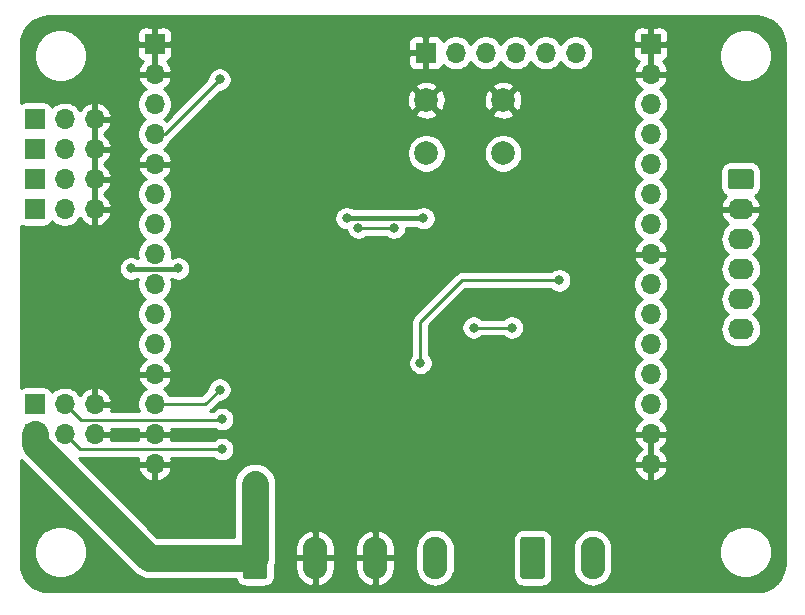
<source format=gbl>
G04 #@! TF.GenerationSoftware,KiCad,Pcbnew,5.1.6-c6e7f7d~87~ubuntu20.04.1*
G04 #@! TF.CreationDate,2020-09-30T23:59:15+01:00*
G04 #@! TF.ProjectId,motor_board,6d6f746f-725f-4626-9f61-72642e6b6963,1.0*
G04 #@! TF.SameCoordinates,PX55d4a80PY5f5e100*
G04 #@! TF.FileFunction,Copper,L2,Bot*
G04 #@! TF.FilePolarity,Positive*
%FSLAX46Y46*%
G04 Gerber Fmt 4.6, Leading zero omitted, Abs format (unit mm)*
G04 Created by KiCad (PCBNEW 5.1.6-c6e7f7d~87~ubuntu20.04.1) date 2020-09-30 23:59:15*
%MOMM*%
%LPD*%
G01*
G04 APERTURE LIST*
G04 #@! TA.AperFunction,ComponentPad*
%ADD10O,1.700000X1.700000*%
G04 #@! TD*
G04 #@! TA.AperFunction,ComponentPad*
%ADD11R,1.700000X1.700000*%
G04 #@! TD*
G04 #@! TA.AperFunction,ComponentPad*
%ADD12C,2.000000*%
G04 #@! TD*
G04 #@! TA.AperFunction,ComponentPad*
%ADD13O,2.080000X3.600000*%
G04 #@! TD*
G04 #@! TA.AperFunction,ComponentPad*
%ADD14O,2.190000X1.740000*%
G04 #@! TD*
G04 #@! TA.AperFunction,ViaPad*
%ADD15C,0.800000*%
G04 #@! TD*
G04 #@! TA.AperFunction,Conductor*
%ADD16C,0.400000*%
G04 #@! TD*
G04 #@! TA.AperFunction,Conductor*
%ADD17C,0.250000*%
G04 #@! TD*
G04 #@! TA.AperFunction,Conductor*
%ADD18C,2.300000*%
G04 #@! TD*
G04 #@! TA.AperFunction,Conductor*
%ADD19C,0.254000*%
G04 #@! TD*
G04 APERTURE END LIST*
D10*
X54000000Y11440000D03*
X54000000Y13980000D03*
X54000000Y16520000D03*
X54000000Y19060000D03*
X54000000Y21600000D03*
X54000000Y24140000D03*
X54000000Y26680000D03*
X54000000Y29220000D03*
X54000000Y31760000D03*
X54000000Y34300000D03*
X54000000Y36840000D03*
X54000000Y39380000D03*
X54000000Y41920000D03*
X54000000Y44460000D03*
D11*
X54000000Y47000000D03*
D12*
X35000000Y37750000D03*
X35000000Y42250000D03*
X41500000Y37750000D03*
X41500000Y42250000D03*
D13*
X49080000Y3500000D03*
G04 #@! TA.AperFunction,ComponentPad*
G36*
G01*
X42960000Y1949999D02*
X42960000Y5050001D01*
G75*
G02*
X43209999Y5300000I249999J0D01*
G01*
X44790001Y5300000D01*
G75*
G02*
X45040000Y5050001I0J-249999D01*
G01*
X45040000Y1949999D01*
G75*
G02*
X44790001Y1700000I-249999J0D01*
G01*
X43209999Y1700000D01*
G75*
G02*
X42960000Y1949999I0J249999D01*
G01*
G37*
G04 #@! TD.AperFunction*
D10*
X47650000Y46250000D03*
X45110000Y46250000D03*
X42570000Y46250000D03*
X40030000Y46250000D03*
X37490000Y46250000D03*
D11*
X34950000Y46250000D03*
D10*
X6920000Y13980000D03*
X4380000Y13980000D03*
D11*
X1840000Y13980000D03*
D10*
X6920000Y16520000D03*
X4380000Y16520000D03*
D11*
X1840000Y16520000D03*
D13*
X35740000Y3500000D03*
X30660000Y3500000D03*
X25580000Y3500000D03*
G04 #@! TA.AperFunction,ComponentPad*
G36*
G01*
X19460000Y1949999D02*
X19460000Y5050001D01*
G75*
G02*
X19709999Y5300000I249999J0D01*
G01*
X21290001Y5300000D01*
G75*
G02*
X21540000Y5050001I0J-249999D01*
G01*
X21540000Y1949999D01*
G75*
G02*
X21290001Y1700000I-249999J0D01*
G01*
X19709999Y1700000D01*
G75*
G02*
X19460000Y1949999I0J249999D01*
G01*
G37*
G04 #@! TD.AperFunction*
D10*
X12000000Y11440000D03*
X12000000Y13980000D03*
X12000000Y16520000D03*
X12000000Y19060000D03*
X12000000Y21600000D03*
X12000000Y24140000D03*
X12000000Y26680000D03*
X12000000Y29220000D03*
X12000000Y31760000D03*
X12000000Y34300000D03*
X12000000Y36840000D03*
X12000000Y39380000D03*
X12000000Y41920000D03*
X12000000Y44460000D03*
D11*
X12000000Y47000000D03*
D10*
X6920000Y33030000D03*
X4380000Y33030000D03*
D11*
X1840000Y33030000D03*
D10*
X6920000Y35570000D03*
X4380000Y35570000D03*
D11*
X1840000Y35570000D03*
D14*
X61620000Y22870000D03*
X61620000Y25410000D03*
X61620000Y27950000D03*
X61620000Y30490000D03*
X61620000Y33030000D03*
G04 #@! TA.AperFunction,ComponentPad*
G36*
G01*
X60774999Y36440000D02*
X62465001Y36440000D01*
G75*
G02*
X62715000Y36190001I0J-249999D01*
G01*
X62715000Y34949999D01*
G75*
G02*
X62465001Y34700000I-249999J0D01*
G01*
X60774999Y34700000D01*
G75*
G02*
X60525000Y34949999I0J249999D01*
G01*
X60525000Y36190001D01*
G75*
G02*
X60774999Y36440000I249999J0D01*
G01*
G37*
G04 #@! TD.AperFunction*
D10*
X6920000Y38110000D03*
X4380000Y38110000D03*
D11*
X1840000Y38110000D03*
D10*
X6920000Y40650000D03*
X4380000Y40650000D03*
D11*
X1840000Y40650000D03*
D15*
X28249992Y32250000D03*
X34750000Y32250000D03*
X10000012Y28000000D03*
X14000000Y28000000D03*
X40500000Y16500000D03*
X42750000Y8250000D03*
X20382000Y44206000D03*
X20382000Y42174000D03*
X16826000Y41920000D03*
X16826000Y39380000D03*
X16826000Y36840000D03*
X16826000Y34300000D03*
X20382000Y39380000D03*
X20382000Y36840000D03*
X33250000Y10250000D03*
X30750000Y10250000D03*
X6500000Y20250000D03*
X7000000Y24250000D03*
X6500000Y27500000D03*
X36025000Y31250000D03*
X36250000Y33000000D03*
X36250000Y35000000D03*
X51500000Y21000000D03*
X52250000Y15250000D03*
X27500000Y21750000D03*
X28225010Y19250000D03*
X27987347Y16012653D03*
X28000000Y14500000D03*
X28000000Y17500000D03*
X28000000Y13000000D03*
X39000000Y23000000D03*
X42250000Y23000000D03*
X20500000Y9750000D03*
X46250000Y27000000D03*
X34500000Y20000000D03*
X17500000Y17750000D03*
X29250000Y31449990D03*
X32250000Y31449990D03*
X17500000Y44000000D03*
X17715000Y15250000D03*
X17715000Y12710000D03*
D16*
X28249992Y32250000D02*
X34750000Y32250000D01*
X10000012Y28000000D02*
X10030013Y27969999D01*
X10030013Y27969999D02*
X13969999Y27969999D01*
X13969999Y27969999D02*
X14000000Y28000000D01*
D17*
X39000000Y23000000D02*
X42250000Y23000000D01*
D18*
X1840000Y13160000D02*
X1840000Y13980000D01*
X11500000Y3500000D02*
X1840000Y13160000D01*
X20500000Y3500000D02*
X11500000Y3500000D01*
X20500000Y3500000D02*
X20500000Y9750000D01*
D17*
X46250000Y27000000D02*
X38000000Y27000000D01*
X34500000Y23500000D02*
X34500000Y20000000D01*
X38000000Y27000000D02*
X34500000Y23500000D01*
X16270000Y16520000D02*
X17500000Y17750000D01*
X12000000Y16520000D02*
X16270000Y16520000D01*
X29250000Y31449990D02*
X32250000Y31449990D01*
X12880000Y39380000D02*
X12000000Y39380000D01*
X17500000Y44000000D02*
X12880000Y39380000D01*
X5744999Y15155001D02*
X4380000Y16520000D01*
X17809999Y15155001D02*
X5744999Y15155001D01*
X17715000Y15250000D02*
X17809999Y15155001D01*
X5650000Y12710000D02*
X4380000Y13980000D01*
X17715000Y12710000D02*
X5650000Y12710000D01*
D19*
G36*
X63453893Y49292330D02*
G01*
X63890498Y49160511D01*
X64293185Y48946400D01*
X64646612Y48658152D01*
X64937327Y48306739D01*
X65154242Y47905561D01*
X65289106Y47469887D01*
X65340000Y46985656D01*
X65340001Y3032289D01*
X65292330Y2546106D01*
X65160512Y2109503D01*
X64946399Y1706814D01*
X64658150Y1353387D01*
X64306739Y1062673D01*
X63905564Y845760D01*
X63469886Y710894D01*
X62985664Y660000D01*
X3032279Y660000D01*
X2546106Y707670D01*
X2109503Y839488D01*
X1706814Y1053601D01*
X1353387Y1341850D01*
X1062673Y1693261D01*
X845760Y2094436D01*
X710894Y2530114D01*
X660000Y3014336D01*
X660000Y4220128D01*
X1765000Y4220128D01*
X1765000Y3779872D01*
X1850890Y3348075D01*
X2019369Y2941331D01*
X2263962Y2575271D01*
X2575271Y2263962D01*
X2941331Y2019369D01*
X3348075Y1850890D01*
X3779872Y1765000D01*
X4220128Y1765000D01*
X4651925Y1850890D01*
X5058669Y2019369D01*
X5424729Y2263962D01*
X5736038Y2575271D01*
X5980631Y2941331D01*
X6149110Y3348075D01*
X6235000Y3779872D01*
X6235000Y4220128D01*
X6149110Y4651925D01*
X5980631Y5058669D01*
X5736038Y5424729D01*
X5424729Y5736038D01*
X5058669Y5980631D01*
X4651925Y6149110D01*
X4220128Y6235000D01*
X3779872Y6235000D01*
X3348075Y6149110D01*
X2941331Y5980631D01*
X2575271Y5736038D01*
X2263962Y5424729D01*
X2019369Y5058669D01*
X1850890Y4651925D01*
X1765000Y4220128D01*
X660000Y4220128D01*
X660000Y11815630D01*
X10175813Y2299816D01*
X10231708Y2231708D01*
X10503509Y2008646D01*
X10813605Y1842896D01*
X11150079Y1740828D01*
X11412317Y1715000D01*
X11412324Y1715000D01*
X11499999Y1706365D01*
X11587675Y1715000D01*
X18857722Y1715000D01*
X18889528Y1610149D01*
X18971595Y1456613D01*
X19082038Y1322038D01*
X19216613Y1211595D01*
X19370149Y1129528D01*
X19536745Y1078992D01*
X19709999Y1061928D01*
X21290001Y1061928D01*
X21463255Y1078992D01*
X21629851Y1129528D01*
X21783387Y1211595D01*
X21917962Y1322038D01*
X22028405Y1456613D01*
X22110472Y1610149D01*
X22161008Y1776745D01*
X22178072Y1949999D01*
X22178072Y2882727D01*
X22259172Y3150079D01*
X22281127Y3373000D01*
X23905000Y3373000D01*
X23905000Y2613000D01*
X23961961Y2288664D01*
X24081102Y1981673D01*
X24257845Y1703824D01*
X24485398Y1465794D01*
X24755016Y1276731D01*
X25056337Y1143901D01*
X25193290Y1110252D01*
X25453000Y1229078D01*
X25453000Y3373000D01*
X25707000Y3373000D01*
X25707000Y1229078D01*
X25966710Y1110252D01*
X26103663Y1143901D01*
X26404984Y1276731D01*
X26674602Y1465794D01*
X26902155Y1703824D01*
X27078898Y1981673D01*
X27198039Y2288664D01*
X27255000Y2613000D01*
X27255000Y3373000D01*
X28985000Y3373000D01*
X28985000Y2613000D01*
X29041961Y2288664D01*
X29161102Y1981673D01*
X29337845Y1703824D01*
X29565398Y1465794D01*
X29835016Y1276731D01*
X30136337Y1143901D01*
X30273290Y1110252D01*
X30533000Y1229078D01*
X30533000Y3373000D01*
X30787000Y3373000D01*
X30787000Y1229078D01*
X31046710Y1110252D01*
X31183663Y1143901D01*
X31484984Y1276731D01*
X31754602Y1465794D01*
X31982155Y1703824D01*
X32158898Y1981673D01*
X32278039Y2288664D01*
X32335000Y2613000D01*
X32335000Y3373000D01*
X30787000Y3373000D01*
X30533000Y3373000D01*
X28985000Y3373000D01*
X27255000Y3373000D01*
X25707000Y3373000D01*
X25453000Y3373000D01*
X23905000Y3373000D01*
X22281127Y3373000D01*
X22293636Y3500000D01*
X22285000Y3587683D01*
X22285000Y4387000D01*
X23905000Y4387000D01*
X23905000Y3627000D01*
X25453000Y3627000D01*
X25453000Y5770922D01*
X25707000Y5770922D01*
X25707000Y3627000D01*
X27255000Y3627000D01*
X27255000Y4387000D01*
X28985000Y4387000D01*
X28985000Y3627000D01*
X30533000Y3627000D01*
X30533000Y5770922D01*
X30787000Y5770922D01*
X30787000Y3627000D01*
X32335000Y3627000D01*
X32335000Y4342281D01*
X34065000Y4342281D01*
X34065000Y2657718D01*
X34089236Y2411643D01*
X34185016Y2095904D01*
X34340551Y1804918D01*
X34549867Y1549866D01*
X34804919Y1340550D01*
X35095905Y1185015D01*
X35411644Y1089236D01*
X35740000Y1056896D01*
X36068357Y1089236D01*
X36384096Y1185015D01*
X36675082Y1340550D01*
X36930134Y1549866D01*
X37139450Y1804918D01*
X37294985Y2095904D01*
X37390764Y2411643D01*
X37415000Y2657718D01*
X37415000Y4342282D01*
X37390764Y4588357D01*
X37294985Y4904096D01*
X37216998Y5050001D01*
X42321928Y5050001D01*
X42321928Y1949999D01*
X42338992Y1776745D01*
X42389528Y1610149D01*
X42471595Y1456613D01*
X42582038Y1322038D01*
X42716613Y1211595D01*
X42870149Y1129528D01*
X43036745Y1078992D01*
X43209999Y1061928D01*
X44790001Y1061928D01*
X44963255Y1078992D01*
X45129851Y1129528D01*
X45283387Y1211595D01*
X45417962Y1322038D01*
X45528405Y1456613D01*
X45610472Y1610149D01*
X45661008Y1776745D01*
X45678072Y1949999D01*
X45678072Y4342281D01*
X47405000Y4342281D01*
X47405000Y2657718D01*
X47429236Y2411643D01*
X47525016Y2095904D01*
X47680551Y1804918D01*
X47889867Y1549866D01*
X48144919Y1340550D01*
X48435905Y1185015D01*
X48751644Y1089236D01*
X49080000Y1056896D01*
X49408357Y1089236D01*
X49724096Y1185015D01*
X50015082Y1340550D01*
X50270134Y1549866D01*
X50479450Y1804918D01*
X50634985Y2095904D01*
X50730764Y2411643D01*
X50755000Y2657718D01*
X50755000Y4220128D01*
X59765000Y4220128D01*
X59765000Y3779872D01*
X59850890Y3348075D01*
X60019369Y2941331D01*
X60263962Y2575271D01*
X60575271Y2263962D01*
X60941331Y2019369D01*
X61348075Y1850890D01*
X61779872Y1765000D01*
X62220128Y1765000D01*
X62651925Y1850890D01*
X63058669Y2019369D01*
X63424729Y2263962D01*
X63736038Y2575271D01*
X63980631Y2941331D01*
X64149110Y3348075D01*
X64235000Y3779872D01*
X64235000Y4220128D01*
X64149110Y4651925D01*
X63980631Y5058669D01*
X63736038Y5424729D01*
X63424729Y5736038D01*
X63058669Y5980631D01*
X62651925Y6149110D01*
X62220128Y6235000D01*
X61779872Y6235000D01*
X61348075Y6149110D01*
X60941331Y5980631D01*
X60575271Y5736038D01*
X60263962Y5424729D01*
X60019369Y5058669D01*
X59850890Y4651925D01*
X59765000Y4220128D01*
X50755000Y4220128D01*
X50755000Y4342282D01*
X50730764Y4588357D01*
X50634985Y4904096D01*
X50479450Y5195082D01*
X50270134Y5450134D01*
X50015081Y5659450D01*
X49724095Y5814985D01*
X49408356Y5910764D01*
X49080000Y5943104D01*
X48751643Y5910764D01*
X48435904Y5814985D01*
X48144918Y5659450D01*
X47889866Y5450134D01*
X47680550Y5195081D01*
X47525015Y4904095D01*
X47429236Y4588356D01*
X47405000Y4342281D01*
X45678072Y4342281D01*
X45678072Y5050001D01*
X45661008Y5223255D01*
X45610472Y5389851D01*
X45528405Y5543387D01*
X45417962Y5677962D01*
X45283387Y5788405D01*
X45129851Y5870472D01*
X44963255Y5921008D01*
X44790001Y5938072D01*
X43209999Y5938072D01*
X43036745Y5921008D01*
X42870149Y5870472D01*
X42716613Y5788405D01*
X42582038Y5677962D01*
X42471595Y5543387D01*
X42389528Y5389851D01*
X42338992Y5223255D01*
X42321928Y5050001D01*
X37216998Y5050001D01*
X37139450Y5195082D01*
X36930134Y5450134D01*
X36675081Y5659450D01*
X36384095Y5814985D01*
X36068356Y5910764D01*
X35740000Y5943104D01*
X35411643Y5910764D01*
X35095904Y5814985D01*
X34804918Y5659450D01*
X34549866Y5450134D01*
X34340550Y5195081D01*
X34185015Y4904095D01*
X34089236Y4588356D01*
X34065000Y4342281D01*
X32335000Y4342281D01*
X32335000Y4387000D01*
X32278039Y4711336D01*
X32158898Y5018327D01*
X31982155Y5296176D01*
X31754602Y5534206D01*
X31484984Y5723269D01*
X31183663Y5856099D01*
X31046710Y5889748D01*
X30787000Y5770922D01*
X30533000Y5770922D01*
X30273290Y5889748D01*
X30136337Y5856099D01*
X29835016Y5723269D01*
X29565398Y5534206D01*
X29337845Y5296176D01*
X29161102Y5018327D01*
X29041961Y4711336D01*
X28985000Y4387000D01*
X27255000Y4387000D01*
X27198039Y4711336D01*
X27078898Y5018327D01*
X26902155Y5296176D01*
X26674602Y5534206D01*
X26404984Y5723269D01*
X26103663Y5856099D01*
X25966710Y5889748D01*
X25707000Y5770922D01*
X25453000Y5770922D01*
X25193290Y5889748D01*
X25056337Y5856099D01*
X24755016Y5723269D01*
X24485398Y5534206D01*
X24257845Y5296176D01*
X24081102Y5018327D01*
X23961961Y4711336D01*
X23905000Y4387000D01*
X22285000Y4387000D01*
X22285000Y9837683D01*
X22259172Y10099921D01*
X22157104Y10436395D01*
X21991354Y10746491D01*
X21768292Y11018292D01*
X21689312Y11083110D01*
X52558524Y11083110D01*
X52603175Y10935901D01*
X52728359Y10673080D01*
X52902412Y10439731D01*
X53118645Y10244822D01*
X53368748Y10095843D01*
X53643109Y9998519D01*
X53873000Y10119186D01*
X53873000Y11313000D01*
X54127000Y11313000D01*
X54127000Y10119186D01*
X54356891Y9998519D01*
X54631252Y10095843D01*
X54881355Y10244822D01*
X55097588Y10439731D01*
X55271641Y10673080D01*
X55396825Y10935901D01*
X55441476Y11083110D01*
X55320155Y11313000D01*
X54127000Y11313000D01*
X53873000Y11313000D01*
X52679845Y11313000D01*
X52558524Y11083110D01*
X21689312Y11083110D01*
X21496491Y11241354D01*
X21186395Y11407104D01*
X20849921Y11509172D01*
X20500000Y11543636D01*
X20150080Y11509172D01*
X19813606Y11407104D01*
X19503510Y11241354D01*
X19231709Y11018292D01*
X19008647Y10746491D01*
X18842897Y10436395D01*
X18740829Y10099921D01*
X18715001Y9837683D01*
X18715000Y5285000D01*
X12239371Y5285000D01*
X6441261Y11083110D01*
X10558524Y11083110D01*
X10603175Y10935901D01*
X10728359Y10673080D01*
X10902412Y10439731D01*
X11118645Y10244822D01*
X11368748Y10095843D01*
X11643109Y9998519D01*
X11873000Y10119186D01*
X11873000Y11313000D01*
X12127000Y11313000D01*
X12127000Y10119186D01*
X12356891Y9998519D01*
X12631252Y10095843D01*
X12881355Y10244822D01*
X13097588Y10439731D01*
X13271641Y10673080D01*
X13396825Y10935901D01*
X13441476Y11083110D01*
X13320155Y11313000D01*
X12127000Y11313000D01*
X11873000Y11313000D01*
X10679845Y11313000D01*
X10558524Y11083110D01*
X6441261Y11083110D01*
X5570186Y11954184D01*
X5612667Y11950000D01*
X5612676Y11950000D01*
X5649999Y11946324D01*
X5687322Y11950000D01*
X10605986Y11950000D01*
X10603175Y11944099D01*
X10558524Y11796890D01*
X10679845Y11567000D01*
X11873000Y11567000D01*
X11873000Y11587000D01*
X12127000Y11587000D01*
X12127000Y11567000D01*
X13320155Y11567000D01*
X13441476Y11796890D01*
X13396825Y11944099D01*
X13394014Y11950000D01*
X17011289Y11950000D01*
X17055226Y11906063D01*
X17224744Y11792795D01*
X17413102Y11714774D01*
X17613061Y11675000D01*
X17816939Y11675000D01*
X18016898Y11714774D01*
X18205256Y11792795D01*
X18374774Y11906063D01*
X18518937Y12050226D01*
X18632205Y12219744D01*
X18710226Y12408102D01*
X18750000Y12608061D01*
X18750000Y12811939D01*
X18710226Y13011898D01*
X18632205Y13200256D01*
X18518937Y13369774D01*
X18374774Y13513937D01*
X18211385Y13623110D01*
X52558524Y13623110D01*
X52603175Y13475901D01*
X52728359Y13213080D01*
X52902412Y12979731D01*
X53118645Y12784822D01*
X53244255Y12710000D01*
X53118645Y12635178D01*
X52902412Y12440269D01*
X52728359Y12206920D01*
X52603175Y11944099D01*
X52558524Y11796890D01*
X52679845Y11567000D01*
X53873000Y11567000D01*
X53873000Y13853000D01*
X54127000Y13853000D01*
X54127000Y11567000D01*
X55320155Y11567000D01*
X55441476Y11796890D01*
X55396825Y11944099D01*
X55271641Y12206920D01*
X55097588Y12440269D01*
X54881355Y12635178D01*
X54755745Y12710000D01*
X54881355Y12784822D01*
X55097588Y12979731D01*
X55271641Y13213080D01*
X55396825Y13475901D01*
X55441476Y13623110D01*
X55320155Y13853000D01*
X54127000Y13853000D01*
X53873000Y13853000D01*
X52679845Y13853000D01*
X52558524Y13623110D01*
X18211385Y13623110D01*
X18205256Y13627205D01*
X18016898Y13705226D01*
X17816939Y13745000D01*
X17613061Y13745000D01*
X17413102Y13705226D01*
X17224744Y13627205D01*
X17055226Y13513937D01*
X17011289Y13470000D01*
X13394014Y13470000D01*
X13396825Y13475901D01*
X13441476Y13623110D01*
X13320155Y13853000D01*
X12127000Y13853000D01*
X12127000Y13833000D01*
X11873000Y13833000D01*
X11873000Y13853000D01*
X10679845Y13853000D01*
X10558524Y13623110D01*
X10603175Y13475901D01*
X10605986Y13470000D01*
X8307169Y13470000D01*
X8361481Y13623109D01*
X8240814Y13853000D01*
X7047000Y13853000D01*
X7047000Y13833000D01*
X6793000Y13833000D01*
X6793000Y13853000D01*
X6773000Y13853000D01*
X6773000Y14107000D01*
X6793000Y14107000D01*
X6793000Y14127000D01*
X7047000Y14127000D01*
X7047000Y14107000D01*
X8240814Y14107000D01*
X8361481Y14336891D01*
X8340868Y14395001D01*
X10576150Y14395001D01*
X10558524Y14336890D01*
X10679845Y14107000D01*
X11873000Y14107000D01*
X11873000Y14127000D01*
X12127000Y14127000D01*
X12127000Y14107000D01*
X13320155Y14107000D01*
X13441476Y14336890D01*
X13423850Y14395001D01*
X17131646Y14395001D01*
X17224744Y14332795D01*
X17413102Y14254774D01*
X17613061Y14215000D01*
X17816939Y14215000D01*
X18016898Y14254774D01*
X18205256Y14332795D01*
X18374774Y14446063D01*
X18518937Y14590226D01*
X18632205Y14759744D01*
X18710226Y14948102D01*
X18750000Y15148061D01*
X18750000Y15351939D01*
X18710226Y15551898D01*
X18632205Y15740256D01*
X18518937Y15909774D01*
X18374774Y16053937D01*
X18205256Y16167205D01*
X18016898Y16245226D01*
X17816939Y16285000D01*
X17613061Y16285000D01*
X17413102Y16245226D01*
X17224744Y16167205D01*
X17055226Y16053937D01*
X16916290Y15915001D01*
X16730801Y15915001D01*
X16810001Y15979999D01*
X16833804Y16009003D01*
X17539802Y16715000D01*
X17601939Y16715000D01*
X17801898Y16754774D01*
X17990256Y16832795D01*
X18159774Y16946063D01*
X18303937Y17090226D01*
X18417205Y17259744D01*
X18495226Y17448102D01*
X18535000Y17648061D01*
X18535000Y17851939D01*
X18495226Y18051898D01*
X18417205Y18240256D01*
X18303937Y18409774D01*
X18159774Y18553937D01*
X17990256Y18667205D01*
X17801898Y18745226D01*
X17601939Y18785000D01*
X17398061Y18785000D01*
X17198102Y18745226D01*
X17009744Y18667205D01*
X16840226Y18553937D01*
X16696063Y18409774D01*
X16582795Y18240256D01*
X16504774Y18051898D01*
X16465000Y17851939D01*
X16465000Y17789802D01*
X15955199Y17280000D01*
X13278178Y17280000D01*
X13153475Y17466632D01*
X12946632Y17673475D01*
X12764466Y17795195D01*
X12881355Y17864822D01*
X13097588Y18059731D01*
X13271641Y18293080D01*
X13396825Y18555901D01*
X13441476Y18703110D01*
X13320155Y18933000D01*
X12127000Y18933000D01*
X12127000Y18913000D01*
X11873000Y18913000D01*
X11873000Y18933000D01*
X10679845Y18933000D01*
X10558524Y18703110D01*
X10603175Y18555901D01*
X10728359Y18293080D01*
X10902412Y18059731D01*
X11118645Y17864822D01*
X11235534Y17795195D01*
X11053368Y17673475D01*
X10846525Y17466632D01*
X10684010Y17223411D01*
X10572068Y16953158D01*
X10515000Y16666260D01*
X10515000Y16373740D01*
X10572068Y16086842D01*
X10643247Y15915001D01*
X8273470Y15915001D01*
X8361481Y16163109D01*
X8240814Y16393000D01*
X7047000Y16393000D01*
X7047000Y16373000D01*
X6793000Y16373000D01*
X6793000Y16393000D01*
X6773000Y16393000D01*
X6773000Y16647000D01*
X6793000Y16647000D01*
X6793000Y17840155D01*
X7047000Y17840155D01*
X7047000Y16647000D01*
X8240814Y16647000D01*
X8361481Y16876891D01*
X8264157Y17151252D01*
X8115178Y17401355D01*
X7920269Y17617588D01*
X7686920Y17791641D01*
X7424099Y17916825D01*
X7276890Y17961476D01*
X7047000Y17840155D01*
X6793000Y17840155D01*
X6563110Y17961476D01*
X6415901Y17916825D01*
X6153080Y17791641D01*
X5919731Y17617588D01*
X5724822Y17401355D01*
X5655195Y17284466D01*
X5533475Y17466632D01*
X5326632Y17673475D01*
X5083411Y17835990D01*
X4813158Y17947932D01*
X4526260Y18005000D01*
X4233740Y18005000D01*
X3946842Y17947932D01*
X3676589Y17835990D01*
X3433368Y17673475D01*
X3301513Y17541620D01*
X3279502Y17614180D01*
X3220537Y17724494D01*
X3141185Y17821185D01*
X3044494Y17900537D01*
X2934180Y17959502D01*
X2814482Y17995812D01*
X2690000Y18008072D01*
X990000Y18008072D01*
X865518Y17995812D01*
X745820Y17959502D01*
X660000Y17913630D01*
X660000Y28101939D01*
X8965012Y28101939D01*
X8965012Y27898061D01*
X9004786Y27698102D01*
X9082807Y27509744D01*
X9196075Y27340226D01*
X9340238Y27196063D01*
X9509756Y27082795D01*
X9698114Y27004774D01*
X9898073Y26965000D01*
X10101951Y26965000D01*
X10301910Y27004774D01*
X10490268Y27082795D01*
X10568397Y27134999D01*
X10581115Y27134999D01*
X10572068Y27113158D01*
X10515000Y26826260D01*
X10515000Y26533740D01*
X10572068Y26246842D01*
X10684010Y25976589D01*
X10846525Y25733368D01*
X11053368Y25526525D01*
X11227760Y25410000D01*
X11053368Y25293475D01*
X10846525Y25086632D01*
X10684010Y24843411D01*
X10572068Y24573158D01*
X10515000Y24286260D01*
X10515000Y23993740D01*
X10572068Y23706842D01*
X10684010Y23436589D01*
X10846525Y23193368D01*
X11053368Y22986525D01*
X11227760Y22870000D01*
X11053368Y22753475D01*
X10846525Y22546632D01*
X10684010Y22303411D01*
X10572068Y22033158D01*
X10515000Y21746260D01*
X10515000Y21453740D01*
X10572068Y21166842D01*
X10684010Y20896589D01*
X10846525Y20653368D01*
X11053368Y20446525D01*
X11235534Y20324805D01*
X11118645Y20255178D01*
X10902412Y20060269D01*
X10728359Y19826920D01*
X10603175Y19564099D01*
X10558524Y19416890D01*
X10679845Y19187000D01*
X11873000Y19187000D01*
X11873000Y19207000D01*
X12127000Y19207000D01*
X12127000Y19187000D01*
X13320155Y19187000D01*
X13441476Y19416890D01*
X13396825Y19564099D01*
X13271641Y19826920D01*
X13097588Y20060269D01*
X13051360Y20101939D01*
X33465000Y20101939D01*
X33465000Y19898061D01*
X33504774Y19698102D01*
X33582795Y19509744D01*
X33696063Y19340226D01*
X33840226Y19196063D01*
X34009744Y19082795D01*
X34198102Y19004774D01*
X34398061Y18965000D01*
X34601939Y18965000D01*
X34801898Y19004774D01*
X34990256Y19082795D01*
X35159774Y19196063D01*
X35303937Y19340226D01*
X35417205Y19509744D01*
X35495226Y19698102D01*
X35535000Y19898061D01*
X35535000Y20101939D01*
X35495226Y20301898D01*
X35417205Y20490256D01*
X35303937Y20659774D01*
X35260000Y20703711D01*
X35260000Y23101939D01*
X37965000Y23101939D01*
X37965000Y22898061D01*
X38004774Y22698102D01*
X38082795Y22509744D01*
X38196063Y22340226D01*
X38340226Y22196063D01*
X38509744Y22082795D01*
X38698102Y22004774D01*
X38898061Y21965000D01*
X39101939Y21965000D01*
X39301898Y22004774D01*
X39490256Y22082795D01*
X39659774Y22196063D01*
X39703711Y22240000D01*
X41546289Y22240000D01*
X41590226Y22196063D01*
X41759744Y22082795D01*
X41948102Y22004774D01*
X42148061Y21965000D01*
X42351939Y21965000D01*
X42551898Y22004774D01*
X42740256Y22082795D01*
X42909774Y22196063D01*
X43053937Y22340226D01*
X43167205Y22509744D01*
X43245226Y22698102D01*
X43285000Y22898061D01*
X43285000Y23101939D01*
X43245226Y23301898D01*
X43167205Y23490256D01*
X43053937Y23659774D01*
X42909774Y23803937D01*
X42740256Y23917205D01*
X42551898Y23995226D01*
X42351939Y24035000D01*
X42148061Y24035000D01*
X41948102Y23995226D01*
X41759744Y23917205D01*
X41590226Y23803937D01*
X41546289Y23760000D01*
X39703711Y23760000D01*
X39659774Y23803937D01*
X39490256Y23917205D01*
X39301898Y23995226D01*
X39101939Y24035000D01*
X38898061Y24035000D01*
X38698102Y23995226D01*
X38509744Y23917205D01*
X38340226Y23803937D01*
X38196063Y23659774D01*
X38082795Y23490256D01*
X38004774Y23301898D01*
X37965000Y23101939D01*
X35260000Y23101939D01*
X35260000Y23185199D01*
X38314803Y26240000D01*
X45546289Y26240000D01*
X45590226Y26196063D01*
X45759744Y26082795D01*
X45948102Y26004774D01*
X46148061Y25965000D01*
X46351939Y25965000D01*
X46551898Y26004774D01*
X46740256Y26082795D01*
X46909774Y26196063D01*
X47053937Y26340226D01*
X47167205Y26509744D01*
X47245226Y26698102D01*
X47270718Y26826260D01*
X52515000Y26826260D01*
X52515000Y26533740D01*
X52572068Y26246842D01*
X52684010Y25976589D01*
X52846525Y25733368D01*
X53053368Y25526525D01*
X53227760Y25410000D01*
X53053368Y25293475D01*
X52846525Y25086632D01*
X52684010Y24843411D01*
X52572068Y24573158D01*
X52515000Y24286260D01*
X52515000Y23993740D01*
X52572068Y23706842D01*
X52684010Y23436589D01*
X52846525Y23193368D01*
X53053368Y22986525D01*
X53227760Y22870000D01*
X53053368Y22753475D01*
X52846525Y22546632D01*
X52684010Y22303411D01*
X52572068Y22033158D01*
X52515000Y21746260D01*
X52515000Y21453740D01*
X52572068Y21166842D01*
X52684010Y20896589D01*
X52846525Y20653368D01*
X53053368Y20446525D01*
X53227760Y20330000D01*
X53053368Y20213475D01*
X52846525Y20006632D01*
X52684010Y19763411D01*
X52572068Y19493158D01*
X52515000Y19206260D01*
X52515000Y18913740D01*
X52572068Y18626842D01*
X52684010Y18356589D01*
X52846525Y18113368D01*
X53053368Y17906525D01*
X53227760Y17790000D01*
X53053368Y17673475D01*
X52846525Y17466632D01*
X52684010Y17223411D01*
X52572068Y16953158D01*
X52515000Y16666260D01*
X52515000Y16373740D01*
X52572068Y16086842D01*
X52684010Y15816589D01*
X52846525Y15573368D01*
X53053368Y15366525D01*
X53235534Y15244805D01*
X53118645Y15175178D01*
X52902412Y14980269D01*
X52728359Y14746920D01*
X52603175Y14484099D01*
X52558524Y14336890D01*
X52679845Y14107000D01*
X53873000Y14107000D01*
X53873000Y14127000D01*
X54127000Y14127000D01*
X54127000Y14107000D01*
X55320155Y14107000D01*
X55441476Y14336890D01*
X55396825Y14484099D01*
X55271641Y14746920D01*
X55097588Y14980269D01*
X54881355Y15175178D01*
X54764466Y15244805D01*
X54946632Y15366525D01*
X55153475Y15573368D01*
X55315990Y15816589D01*
X55427932Y16086842D01*
X55485000Y16373740D01*
X55485000Y16666260D01*
X55427932Y16953158D01*
X55315990Y17223411D01*
X55153475Y17466632D01*
X54946632Y17673475D01*
X54772240Y17790000D01*
X54946632Y17906525D01*
X55153475Y18113368D01*
X55315990Y18356589D01*
X55427932Y18626842D01*
X55485000Y18913740D01*
X55485000Y19206260D01*
X55427932Y19493158D01*
X55315990Y19763411D01*
X55153475Y20006632D01*
X54946632Y20213475D01*
X54772240Y20330000D01*
X54946632Y20446525D01*
X55153475Y20653368D01*
X55315990Y20896589D01*
X55427932Y21166842D01*
X55485000Y21453740D01*
X55485000Y21746260D01*
X55427932Y22033158D01*
X55315990Y22303411D01*
X55153475Y22546632D01*
X54946632Y22753475D01*
X54772240Y22870000D01*
X54946632Y22986525D01*
X55153475Y23193368D01*
X55315990Y23436589D01*
X55427932Y23706842D01*
X55485000Y23993740D01*
X55485000Y24286260D01*
X55427932Y24573158D01*
X55315990Y24843411D01*
X55153475Y25086632D01*
X54946632Y25293475D01*
X54772240Y25410000D01*
X54946632Y25526525D01*
X55153475Y25733368D01*
X55315990Y25976589D01*
X55427932Y26246842D01*
X55485000Y26533740D01*
X55485000Y26826260D01*
X55427932Y27113158D01*
X55315990Y27383411D01*
X55153475Y27626632D01*
X54946632Y27833475D01*
X54764466Y27955195D01*
X54881355Y28024822D01*
X55097588Y28219731D01*
X55271641Y28453080D01*
X55396825Y28715901D01*
X55441476Y28863110D01*
X55320155Y29093000D01*
X54127000Y29093000D01*
X54127000Y29073000D01*
X53873000Y29073000D01*
X53873000Y29093000D01*
X52679845Y29093000D01*
X52558524Y28863110D01*
X52603175Y28715901D01*
X52728359Y28453080D01*
X52902412Y28219731D01*
X53118645Y28024822D01*
X53235534Y27955195D01*
X53053368Y27833475D01*
X52846525Y27626632D01*
X52684010Y27383411D01*
X52572068Y27113158D01*
X52515000Y26826260D01*
X47270718Y26826260D01*
X47285000Y26898061D01*
X47285000Y27101939D01*
X47245226Y27301898D01*
X47167205Y27490256D01*
X47053937Y27659774D01*
X46909774Y27803937D01*
X46740256Y27917205D01*
X46551898Y27995226D01*
X46351939Y28035000D01*
X46148061Y28035000D01*
X45948102Y27995226D01*
X45759744Y27917205D01*
X45590226Y27803937D01*
X45546289Y27760000D01*
X38037322Y27760000D01*
X37999999Y27763676D01*
X37962676Y27760000D01*
X37962667Y27760000D01*
X37851014Y27749003D01*
X37707753Y27705546D01*
X37575724Y27634974D01*
X37575722Y27634973D01*
X37575723Y27634973D01*
X37488996Y27563799D01*
X37488992Y27563795D01*
X37459999Y27540001D01*
X37436205Y27511008D01*
X33989003Y24063804D01*
X33959999Y24040001D01*
X33922034Y23993740D01*
X33865026Y23924276D01*
X33854723Y23905000D01*
X33794454Y23792246D01*
X33750997Y23648985D01*
X33740000Y23537332D01*
X33740000Y23537322D01*
X33736324Y23500000D01*
X33740000Y23462677D01*
X33740001Y20703712D01*
X33696063Y20659774D01*
X33582795Y20490256D01*
X33504774Y20301898D01*
X33465000Y20101939D01*
X13051360Y20101939D01*
X12881355Y20255178D01*
X12764466Y20324805D01*
X12946632Y20446525D01*
X13153475Y20653368D01*
X13315990Y20896589D01*
X13427932Y21166842D01*
X13485000Y21453740D01*
X13485000Y21746260D01*
X13427932Y22033158D01*
X13315990Y22303411D01*
X13153475Y22546632D01*
X12946632Y22753475D01*
X12772240Y22870000D01*
X12946632Y22986525D01*
X13153475Y23193368D01*
X13315990Y23436589D01*
X13427932Y23706842D01*
X13485000Y23993740D01*
X13485000Y24286260D01*
X13427932Y24573158D01*
X13315990Y24843411D01*
X13153475Y25086632D01*
X12946632Y25293475D01*
X12772240Y25410000D01*
X12946632Y25526525D01*
X13153475Y25733368D01*
X13315990Y25976589D01*
X13427932Y26246842D01*
X13485000Y26533740D01*
X13485000Y26826260D01*
X13427932Y27113158D01*
X13418885Y27134999D01*
X13431615Y27134999D01*
X13509744Y27082795D01*
X13698102Y27004774D01*
X13898061Y26965000D01*
X14101939Y26965000D01*
X14301898Y27004774D01*
X14490256Y27082795D01*
X14659774Y27196063D01*
X14803937Y27340226D01*
X14917205Y27509744D01*
X14995226Y27698102D01*
X15035000Y27898061D01*
X15035000Y28101939D01*
X14995226Y28301898D01*
X14917205Y28490256D01*
X14803937Y28659774D01*
X14659774Y28803937D01*
X14490256Y28917205D01*
X14301898Y28995226D01*
X14101939Y29035000D01*
X13898061Y29035000D01*
X13698102Y28995226D01*
X13509744Y28917205D01*
X13445297Y28874143D01*
X13485000Y29073740D01*
X13485000Y29366260D01*
X13427932Y29653158D01*
X13315990Y29923411D01*
X13153475Y30166632D01*
X12946632Y30373475D01*
X12772240Y30490000D01*
X12946632Y30606525D01*
X13153475Y30813368D01*
X13315990Y31056589D01*
X13427932Y31326842D01*
X13485000Y31613740D01*
X13485000Y31906260D01*
X13427932Y32193158D01*
X13362164Y32351939D01*
X27214992Y32351939D01*
X27214992Y32148061D01*
X27254766Y31948102D01*
X27332787Y31759744D01*
X27446055Y31590226D01*
X27590218Y31446063D01*
X27759736Y31332795D01*
X27948094Y31254774D01*
X28148053Y31215000D01*
X28241465Y31215000D01*
X28254774Y31148092D01*
X28332795Y30959734D01*
X28446063Y30790216D01*
X28590226Y30646053D01*
X28759744Y30532785D01*
X28948102Y30454764D01*
X29148061Y30414990D01*
X29351939Y30414990D01*
X29551898Y30454764D01*
X29740256Y30532785D01*
X29909774Y30646053D01*
X29953711Y30689990D01*
X31546289Y30689990D01*
X31590226Y30646053D01*
X31759744Y30532785D01*
X31948102Y30454764D01*
X32148061Y30414990D01*
X32351939Y30414990D01*
X32551898Y30454764D01*
X32740256Y30532785D01*
X32909774Y30646053D01*
X33053937Y30790216D01*
X33167205Y30959734D01*
X33245226Y31148092D01*
X33285000Y31348051D01*
X33285000Y31415000D01*
X34136715Y31415000D01*
X34259744Y31332795D01*
X34448102Y31254774D01*
X34648061Y31215000D01*
X34851939Y31215000D01*
X35051898Y31254774D01*
X35240256Y31332795D01*
X35409774Y31446063D01*
X35553937Y31590226D01*
X35667205Y31759744D01*
X35745226Y31948102D01*
X35785000Y32148061D01*
X35785000Y32351939D01*
X35745226Y32551898D01*
X35667205Y32740256D01*
X35553937Y32909774D01*
X35409774Y33053937D01*
X35240256Y33167205D01*
X35051898Y33245226D01*
X34851939Y33285000D01*
X34648061Y33285000D01*
X34448102Y33245226D01*
X34259744Y33167205D01*
X34136715Y33085000D01*
X28863277Y33085000D01*
X28740248Y33167205D01*
X28551890Y33245226D01*
X28351931Y33285000D01*
X28148053Y33285000D01*
X27948094Y33245226D01*
X27759736Y33167205D01*
X27590218Y33053937D01*
X27446055Y32909774D01*
X27332787Y32740256D01*
X27254766Y32551898D01*
X27214992Y32351939D01*
X13362164Y32351939D01*
X13315990Y32463411D01*
X13153475Y32706632D01*
X12946632Y32913475D01*
X12772240Y33030000D01*
X12946632Y33146525D01*
X13153475Y33353368D01*
X13315990Y33596589D01*
X13427932Y33866842D01*
X13485000Y34153740D01*
X13485000Y34446260D01*
X13427932Y34733158D01*
X13315990Y35003411D01*
X13153475Y35246632D01*
X12946632Y35453475D01*
X12764466Y35575195D01*
X12881355Y35644822D01*
X13097588Y35839731D01*
X13271641Y36073080D01*
X13396825Y36335901D01*
X13441476Y36483110D01*
X13320155Y36713000D01*
X12127000Y36713000D01*
X12127000Y36693000D01*
X11873000Y36693000D01*
X11873000Y36713000D01*
X10679845Y36713000D01*
X10558524Y36483110D01*
X10603175Y36335901D01*
X10728359Y36073080D01*
X10902412Y35839731D01*
X11118645Y35644822D01*
X11235534Y35575195D01*
X11053368Y35453475D01*
X10846525Y35246632D01*
X10684010Y35003411D01*
X10572068Y34733158D01*
X10515000Y34446260D01*
X10515000Y34153740D01*
X10572068Y33866842D01*
X10684010Y33596589D01*
X10846525Y33353368D01*
X11053368Y33146525D01*
X11227760Y33030000D01*
X11053368Y32913475D01*
X10846525Y32706632D01*
X10684010Y32463411D01*
X10572068Y32193158D01*
X10515000Y31906260D01*
X10515000Y31613740D01*
X10572068Y31326842D01*
X10684010Y31056589D01*
X10846525Y30813368D01*
X11053368Y30606525D01*
X11227760Y30490000D01*
X11053368Y30373475D01*
X10846525Y30166632D01*
X10684010Y29923411D01*
X10572068Y29653158D01*
X10515000Y29366260D01*
X10515000Y29073740D01*
X10554701Y28874153D01*
X10490268Y28917205D01*
X10301910Y28995226D01*
X10101951Y29035000D01*
X9898073Y29035000D01*
X9698114Y28995226D01*
X9509756Y28917205D01*
X9340238Y28803937D01*
X9196075Y28659774D01*
X9082807Y28490256D01*
X9004786Y28301898D01*
X8965012Y28101939D01*
X660000Y28101939D01*
X660000Y31636370D01*
X745820Y31590498D01*
X865518Y31554188D01*
X990000Y31541928D01*
X2690000Y31541928D01*
X2814482Y31554188D01*
X2934180Y31590498D01*
X3044494Y31649463D01*
X3141185Y31728815D01*
X3220537Y31825506D01*
X3279502Y31935820D01*
X3301513Y32008380D01*
X3433368Y31876525D01*
X3676589Y31714010D01*
X3946842Y31602068D01*
X4233740Y31545000D01*
X4526260Y31545000D01*
X4813158Y31602068D01*
X5083411Y31714010D01*
X5326632Y31876525D01*
X5533475Y32083368D01*
X5655195Y32265534D01*
X5724822Y32148645D01*
X5919731Y31932412D01*
X6153080Y31758359D01*
X6415901Y31633175D01*
X6563110Y31588524D01*
X6793000Y31709845D01*
X6793000Y32903000D01*
X7047000Y32903000D01*
X7047000Y31709845D01*
X7276890Y31588524D01*
X7424099Y31633175D01*
X7686920Y31758359D01*
X7920269Y31932412D01*
X8115178Y32148645D01*
X8264157Y32398748D01*
X8361481Y32673109D01*
X8240814Y32903000D01*
X7047000Y32903000D01*
X6793000Y32903000D01*
X6773000Y32903000D01*
X6773000Y33157000D01*
X6793000Y33157000D01*
X6793000Y35443000D01*
X7047000Y35443000D01*
X7047000Y33157000D01*
X8240814Y33157000D01*
X8361481Y33386891D01*
X8264157Y33661252D01*
X8115178Y33911355D01*
X7920269Y34127588D01*
X7689120Y34300000D01*
X7920269Y34472412D01*
X8115178Y34688645D01*
X8264157Y34938748D01*
X8361481Y35213109D01*
X8240814Y35443000D01*
X7047000Y35443000D01*
X6793000Y35443000D01*
X6773000Y35443000D01*
X6773000Y35697000D01*
X6793000Y35697000D01*
X6793000Y37983000D01*
X7047000Y37983000D01*
X7047000Y35697000D01*
X8240814Y35697000D01*
X8361481Y35926891D01*
X8264157Y36201252D01*
X8115178Y36451355D01*
X7920269Y36667588D01*
X7689120Y36840000D01*
X7920269Y37012412D01*
X8115178Y37228645D01*
X8264157Y37478748D01*
X8361481Y37753109D01*
X8240814Y37983000D01*
X7047000Y37983000D01*
X6793000Y37983000D01*
X6773000Y37983000D01*
X6773000Y38237000D01*
X6793000Y38237000D01*
X6793000Y40523000D01*
X7047000Y40523000D01*
X7047000Y38237000D01*
X8240814Y38237000D01*
X8361481Y38466891D01*
X8264157Y38741252D01*
X8115178Y38991355D01*
X7920269Y39207588D01*
X7689120Y39380000D01*
X7920269Y39552412D01*
X8115178Y39768645D01*
X8264157Y40018748D01*
X8361481Y40293109D01*
X8240814Y40523000D01*
X7047000Y40523000D01*
X6793000Y40523000D01*
X6773000Y40523000D01*
X6773000Y40777000D01*
X6793000Y40777000D01*
X6793000Y41970155D01*
X7047000Y41970155D01*
X7047000Y40777000D01*
X8240814Y40777000D01*
X8361481Y41006891D01*
X8264157Y41281252D01*
X8115178Y41531355D01*
X7920269Y41747588D01*
X7686920Y41921641D01*
X7424099Y42046825D01*
X7360025Y42066260D01*
X10515000Y42066260D01*
X10515000Y41773740D01*
X10572068Y41486842D01*
X10684010Y41216589D01*
X10846525Y40973368D01*
X11053368Y40766525D01*
X11227760Y40650000D01*
X11053368Y40533475D01*
X10846525Y40326632D01*
X10684010Y40083411D01*
X10572068Y39813158D01*
X10515000Y39526260D01*
X10515000Y39233740D01*
X10572068Y38946842D01*
X10684010Y38676589D01*
X10846525Y38433368D01*
X11053368Y38226525D01*
X11235534Y38104805D01*
X11118645Y38035178D01*
X10902412Y37840269D01*
X10728359Y37606920D01*
X10603175Y37344099D01*
X10558524Y37196890D01*
X10679845Y36967000D01*
X11873000Y36967000D01*
X11873000Y36987000D01*
X12127000Y36987000D01*
X12127000Y36967000D01*
X13320155Y36967000D01*
X13441476Y37196890D01*
X13396825Y37344099D01*
X13271641Y37606920D01*
X13097588Y37840269D01*
X13019083Y37911033D01*
X33365000Y37911033D01*
X33365000Y37588967D01*
X33427832Y37273088D01*
X33551082Y36975537D01*
X33730013Y36707748D01*
X33957748Y36480013D01*
X34225537Y36301082D01*
X34523088Y36177832D01*
X34838967Y36115000D01*
X35161033Y36115000D01*
X35476912Y36177832D01*
X35774463Y36301082D01*
X36042252Y36480013D01*
X36269987Y36707748D01*
X36448918Y36975537D01*
X36572168Y37273088D01*
X36635000Y37588967D01*
X36635000Y37911033D01*
X39865000Y37911033D01*
X39865000Y37588967D01*
X39927832Y37273088D01*
X40051082Y36975537D01*
X40230013Y36707748D01*
X40457748Y36480013D01*
X40725537Y36301082D01*
X41023088Y36177832D01*
X41338967Y36115000D01*
X41661033Y36115000D01*
X41976912Y36177832D01*
X42274463Y36301082D01*
X42542252Y36480013D01*
X42769987Y36707748D01*
X42948918Y36975537D01*
X43072168Y37273088D01*
X43135000Y37588967D01*
X43135000Y37911033D01*
X43072168Y38226912D01*
X42948918Y38524463D01*
X42769987Y38792252D01*
X42542252Y39019987D01*
X42274463Y39198918D01*
X41976912Y39322168D01*
X41661033Y39385000D01*
X41338967Y39385000D01*
X41023088Y39322168D01*
X40725537Y39198918D01*
X40457748Y39019987D01*
X40230013Y38792252D01*
X40051082Y38524463D01*
X39927832Y38226912D01*
X39865000Y37911033D01*
X36635000Y37911033D01*
X36572168Y38226912D01*
X36448918Y38524463D01*
X36269987Y38792252D01*
X36042252Y39019987D01*
X35774463Y39198918D01*
X35476912Y39322168D01*
X35161033Y39385000D01*
X34838967Y39385000D01*
X34523088Y39322168D01*
X34225537Y39198918D01*
X33957748Y39019987D01*
X33730013Y38792252D01*
X33551082Y38524463D01*
X33427832Y38226912D01*
X33365000Y37911033D01*
X13019083Y37911033D01*
X12881355Y38035178D01*
X12764466Y38104805D01*
X12946632Y38226525D01*
X13153475Y38433368D01*
X13315990Y38676589D01*
X13364969Y38794836D01*
X13420001Y38839999D01*
X13443804Y38869003D01*
X15689388Y41114587D01*
X34044192Y41114587D01*
X34139956Y40850186D01*
X34429571Y40709296D01*
X34741108Y40627616D01*
X35062595Y40608282D01*
X35381675Y40652039D01*
X35686088Y40757205D01*
X35860044Y40850186D01*
X35955808Y41114587D01*
X40544192Y41114587D01*
X40639956Y40850186D01*
X40929571Y40709296D01*
X41241108Y40627616D01*
X41562595Y40608282D01*
X41881675Y40652039D01*
X42186088Y40757205D01*
X42360044Y40850186D01*
X42455808Y41114587D01*
X41500000Y42070395D01*
X40544192Y41114587D01*
X35955808Y41114587D01*
X35000000Y42070395D01*
X34044192Y41114587D01*
X15689388Y41114587D01*
X16762206Y42187405D01*
X33358282Y42187405D01*
X33402039Y41868325D01*
X33507205Y41563912D01*
X33600186Y41389956D01*
X33864587Y41294192D01*
X34820395Y42250000D01*
X35179605Y42250000D01*
X36135413Y41294192D01*
X36399814Y41389956D01*
X36540704Y41679571D01*
X36622384Y41991108D01*
X36634189Y42187405D01*
X39858282Y42187405D01*
X39902039Y41868325D01*
X40007205Y41563912D01*
X40100186Y41389956D01*
X40364587Y41294192D01*
X41320395Y42250000D01*
X41679605Y42250000D01*
X42635413Y41294192D01*
X42899814Y41389956D01*
X43040704Y41679571D01*
X43122384Y41991108D01*
X43126903Y42066260D01*
X52515000Y42066260D01*
X52515000Y41773740D01*
X52572068Y41486842D01*
X52684010Y41216589D01*
X52846525Y40973368D01*
X53053368Y40766525D01*
X53227760Y40650000D01*
X53053368Y40533475D01*
X52846525Y40326632D01*
X52684010Y40083411D01*
X52572068Y39813158D01*
X52515000Y39526260D01*
X52515000Y39233740D01*
X52572068Y38946842D01*
X52684010Y38676589D01*
X52846525Y38433368D01*
X53053368Y38226525D01*
X53227760Y38110000D01*
X53053368Y37993475D01*
X52846525Y37786632D01*
X52684010Y37543411D01*
X52572068Y37273158D01*
X52515000Y36986260D01*
X52515000Y36693740D01*
X52572068Y36406842D01*
X52684010Y36136589D01*
X52846525Y35893368D01*
X53053368Y35686525D01*
X53227760Y35570000D01*
X53053368Y35453475D01*
X52846525Y35246632D01*
X52684010Y35003411D01*
X52572068Y34733158D01*
X52515000Y34446260D01*
X52515000Y34153740D01*
X52572068Y33866842D01*
X52684010Y33596589D01*
X52846525Y33353368D01*
X53053368Y33146525D01*
X53227760Y33030000D01*
X53053368Y32913475D01*
X52846525Y32706632D01*
X52684010Y32463411D01*
X52572068Y32193158D01*
X52515000Y31906260D01*
X52515000Y31613740D01*
X52572068Y31326842D01*
X52684010Y31056589D01*
X52846525Y30813368D01*
X53053368Y30606525D01*
X53235534Y30484805D01*
X53118645Y30415178D01*
X52902412Y30220269D01*
X52728359Y29986920D01*
X52603175Y29724099D01*
X52558524Y29576890D01*
X52679845Y29347000D01*
X53873000Y29347000D01*
X53873000Y29367000D01*
X54127000Y29367000D01*
X54127000Y29347000D01*
X55320155Y29347000D01*
X55441476Y29576890D01*
X55396825Y29724099D01*
X55271641Y29986920D01*
X55097588Y30220269D01*
X54881355Y30415178D01*
X54764466Y30484805D01*
X54772240Y30490000D01*
X59882718Y30490000D01*
X59911776Y30194968D01*
X59997834Y29911275D01*
X60137583Y29649821D01*
X60325655Y29420655D01*
X60554821Y29232583D01*
X60578362Y29220000D01*
X60554821Y29207417D01*
X60325655Y29019345D01*
X60137583Y28790179D01*
X59997834Y28528725D01*
X59911776Y28245032D01*
X59882718Y27950000D01*
X59911776Y27654968D01*
X59997834Y27371275D01*
X60137583Y27109821D01*
X60325655Y26880655D01*
X60554821Y26692583D01*
X60578362Y26680000D01*
X60554821Y26667417D01*
X60325655Y26479345D01*
X60137583Y26250179D01*
X59997834Y25988725D01*
X59911776Y25705032D01*
X59882718Y25410000D01*
X59911776Y25114968D01*
X59997834Y24831275D01*
X60137583Y24569821D01*
X60325655Y24340655D01*
X60554821Y24152583D01*
X60578362Y24140000D01*
X60554821Y24127417D01*
X60325655Y23939345D01*
X60137583Y23710179D01*
X59997834Y23448725D01*
X59911776Y23165032D01*
X59882718Y22870000D01*
X59911776Y22574968D01*
X59997834Y22291275D01*
X60137583Y22029821D01*
X60325655Y21800655D01*
X60554821Y21612583D01*
X60816275Y21472834D01*
X61099968Y21386776D01*
X61321064Y21365000D01*
X61918936Y21365000D01*
X62140032Y21386776D01*
X62423725Y21472834D01*
X62685179Y21612583D01*
X62914345Y21800655D01*
X63102417Y22029821D01*
X63242166Y22291275D01*
X63328224Y22574968D01*
X63357282Y22870000D01*
X63328224Y23165032D01*
X63242166Y23448725D01*
X63102417Y23710179D01*
X62914345Y23939345D01*
X62685179Y24127417D01*
X62661638Y24140000D01*
X62685179Y24152583D01*
X62914345Y24340655D01*
X63102417Y24569821D01*
X63242166Y24831275D01*
X63328224Y25114968D01*
X63357282Y25410000D01*
X63328224Y25705032D01*
X63242166Y25988725D01*
X63102417Y26250179D01*
X62914345Y26479345D01*
X62685179Y26667417D01*
X62661638Y26680000D01*
X62685179Y26692583D01*
X62914345Y26880655D01*
X63102417Y27109821D01*
X63242166Y27371275D01*
X63328224Y27654968D01*
X63357282Y27950000D01*
X63328224Y28245032D01*
X63242166Y28528725D01*
X63102417Y28790179D01*
X62914345Y29019345D01*
X62685179Y29207417D01*
X62661638Y29220000D01*
X62685179Y29232583D01*
X62914345Y29420655D01*
X63102417Y29649821D01*
X63242166Y29911275D01*
X63328224Y30194968D01*
X63357282Y30490000D01*
X63328224Y30785032D01*
X63242166Y31068725D01*
X63102417Y31330179D01*
X62914345Y31559345D01*
X62685179Y31747417D01*
X62656848Y31762560D01*
X62797433Y31855292D01*
X63008306Y32063674D01*
X63174474Y32309191D01*
X63289551Y32582409D01*
X63306302Y32669969D01*
X63185246Y32903000D01*
X61747000Y32903000D01*
X61747000Y32883000D01*
X61493000Y32883000D01*
X61493000Y32903000D01*
X60054754Y32903000D01*
X59933698Y32669969D01*
X59950449Y32582409D01*
X60065526Y32309191D01*
X60231694Y32063674D01*
X60442567Y31855292D01*
X60583152Y31762560D01*
X60554821Y31747417D01*
X60325655Y31559345D01*
X60137583Y31330179D01*
X59997834Y31068725D01*
X59911776Y30785032D01*
X59882718Y30490000D01*
X54772240Y30490000D01*
X54946632Y30606525D01*
X55153475Y30813368D01*
X55315990Y31056589D01*
X55427932Y31326842D01*
X55485000Y31613740D01*
X55485000Y31906260D01*
X55427932Y32193158D01*
X55315990Y32463411D01*
X55153475Y32706632D01*
X54946632Y32913475D01*
X54772240Y33030000D01*
X54946632Y33146525D01*
X55153475Y33353368D01*
X55315990Y33596589D01*
X55427932Y33866842D01*
X55485000Y34153740D01*
X55485000Y34446260D01*
X55427932Y34733158D01*
X55315990Y35003411D01*
X55153475Y35246632D01*
X54946632Y35453475D01*
X54772240Y35570000D01*
X54946632Y35686525D01*
X55153475Y35893368D01*
X55315990Y36136589D01*
X55338113Y36190001D01*
X59886928Y36190001D01*
X59886928Y34949999D01*
X59903992Y34776745D01*
X59954528Y34610149D01*
X60036595Y34456613D01*
X60147038Y34322038D01*
X60281613Y34211595D01*
X60390590Y34153345D01*
X60231694Y33996326D01*
X60065526Y33750809D01*
X59950449Y33477591D01*
X59933698Y33390031D01*
X60054754Y33157000D01*
X61493000Y33157000D01*
X61493000Y33177000D01*
X61747000Y33177000D01*
X61747000Y33157000D01*
X63185246Y33157000D01*
X63306302Y33390031D01*
X63289551Y33477591D01*
X63174474Y33750809D01*
X63008306Y33996326D01*
X62849410Y34153345D01*
X62958387Y34211595D01*
X63092962Y34322038D01*
X63203405Y34456613D01*
X63285472Y34610149D01*
X63336008Y34776745D01*
X63353072Y34949999D01*
X63353072Y36190001D01*
X63336008Y36363255D01*
X63285472Y36529851D01*
X63203405Y36683387D01*
X63092962Y36817962D01*
X62958387Y36928405D01*
X62804851Y37010472D01*
X62638255Y37061008D01*
X62465001Y37078072D01*
X60774999Y37078072D01*
X60601745Y37061008D01*
X60435149Y37010472D01*
X60281613Y36928405D01*
X60147038Y36817962D01*
X60036595Y36683387D01*
X59954528Y36529851D01*
X59903992Y36363255D01*
X59886928Y36190001D01*
X55338113Y36190001D01*
X55427932Y36406842D01*
X55485000Y36693740D01*
X55485000Y36986260D01*
X55427932Y37273158D01*
X55315990Y37543411D01*
X55153475Y37786632D01*
X54946632Y37993475D01*
X54772240Y38110000D01*
X54946632Y38226525D01*
X55153475Y38433368D01*
X55315990Y38676589D01*
X55427932Y38946842D01*
X55485000Y39233740D01*
X55485000Y39526260D01*
X55427932Y39813158D01*
X55315990Y40083411D01*
X55153475Y40326632D01*
X54946632Y40533475D01*
X54772240Y40650000D01*
X54946632Y40766525D01*
X55153475Y40973368D01*
X55315990Y41216589D01*
X55427932Y41486842D01*
X55485000Y41773740D01*
X55485000Y42066260D01*
X55427932Y42353158D01*
X55315990Y42623411D01*
X55153475Y42866632D01*
X54946632Y43073475D01*
X54764466Y43195195D01*
X54881355Y43264822D01*
X55097588Y43459731D01*
X55271641Y43693080D01*
X55396825Y43955901D01*
X55441476Y44103110D01*
X55320155Y44333000D01*
X54127000Y44333000D01*
X54127000Y44313000D01*
X53873000Y44313000D01*
X53873000Y44333000D01*
X52679845Y44333000D01*
X52558524Y44103110D01*
X52603175Y43955901D01*
X52728359Y43693080D01*
X52902412Y43459731D01*
X53118645Y43264822D01*
X53235534Y43195195D01*
X53053368Y43073475D01*
X52846525Y42866632D01*
X52684010Y42623411D01*
X52572068Y42353158D01*
X52515000Y42066260D01*
X43126903Y42066260D01*
X43141718Y42312595D01*
X43097961Y42631675D01*
X42992795Y42936088D01*
X42899814Y43110044D01*
X42635413Y43205808D01*
X41679605Y42250000D01*
X41320395Y42250000D01*
X40364587Y43205808D01*
X40100186Y43110044D01*
X39959296Y42820429D01*
X39877616Y42508892D01*
X39858282Y42187405D01*
X36634189Y42187405D01*
X36641718Y42312595D01*
X36597961Y42631675D01*
X36492795Y42936088D01*
X36399814Y43110044D01*
X36135413Y43205808D01*
X35179605Y42250000D01*
X34820395Y42250000D01*
X33864587Y43205808D01*
X33600186Y43110044D01*
X33459296Y42820429D01*
X33377616Y42508892D01*
X33358282Y42187405D01*
X16762206Y42187405D01*
X17539802Y42965000D01*
X17601939Y42965000D01*
X17801898Y43004774D01*
X17990256Y43082795D01*
X18159774Y43196063D01*
X18303937Y43340226D01*
X18334129Y43385413D01*
X34044192Y43385413D01*
X35000000Y42429605D01*
X35955808Y43385413D01*
X40544192Y43385413D01*
X41500000Y42429605D01*
X42455808Y43385413D01*
X42360044Y43649814D01*
X42070429Y43790704D01*
X41758892Y43872384D01*
X41437405Y43891718D01*
X41118325Y43847961D01*
X40813912Y43742795D01*
X40639956Y43649814D01*
X40544192Y43385413D01*
X35955808Y43385413D01*
X35860044Y43649814D01*
X35570429Y43790704D01*
X35258892Y43872384D01*
X34937405Y43891718D01*
X34618325Y43847961D01*
X34313912Y43742795D01*
X34139956Y43649814D01*
X34044192Y43385413D01*
X18334129Y43385413D01*
X18417205Y43509744D01*
X18495226Y43698102D01*
X18535000Y43898061D01*
X18535000Y44101939D01*
X18495226Y44301898D01*
X18417205Y44490256D01*
X18303937Y44659774D01*
X18159774Y44803937D01*
X17990256Y44917205D01*
X17801898Y44995226D01*
X17601939Y45035000D01*
X17398061Y45035000D01*
X17198102Y44995226D01*
X17009744Y44917205D01*
X16840226Y44803937D01*
X16696063Y44659774D01*
X16582795Y44490256D01*
X16504774Y44301898D01*
X16465000Y44101939D01*
X16465000Y44039802D01*
X12952653Y40527454D01*
X12946632Y40533475D01*
X12772240Y40650000D01*
X12946632Y40766525D01*
X13153475Y40973368D01*
X13315990Y41216589D01*
X13427932Y41486842D01*
X13485000Y41773740D01*
X13485000Y42066260D01*
X13427932Y42353158D01*
X13315990Y42623411D01*
X13153475Y42866632D01*
X12946632Y43073475D01*
X12764466Y43195195D01*
X12881355Y43264822D01*
X13097588Y43459731D01*
X13271641Y43693080D01*
X13396825Y43955901D01*
X13441476Y44103110D01*
X13320155Y44333000D01*
X12127000Y44333000D01*
X12127000Y44313000D01*
X11873000Y44313000D01*
X11873000Y44333000D01*
X10679845Y44333000D01*
X10558524Y44103110D01*
X10603175Y43955901D01*
X10728359Y43693080D01*
X10902412Y43459731D01*
X11118645Y43264822D01*
X11235534Y43195195D01*
X11053368Y43073475D01*
X10846525Y42866632D01*
X10684010Y42623411D01*
X10572068Y42353158D01*
X10515000Y42066260D01*
X7360025Y42066260D01*
X7276890Y42091476D01*
X7047000Y41970155D01*
X6793000Y41970155D01*
X6563110Y42091476D01*
X6415901Y42046825D01*
X6153080Y41921641D01*
X5919731Y41747588D01*
X5724822Y41531355D01*
X5655195Y41414466D01*
X5533475Y41596632D01*
X5326632Y41803475D01*
X5083411Y41965990D01*
X4813158Y42077932D01*
X4526260Y42135000D01*
X4233740Y42135000D01*
X3946842Y42077932D01*
X3676589Y41965990D01*
X3433368Y41803475D01*
X3301513Y41671620D01*
X3279502Y41744180D01*
X3220537Y41854494D01*
X3141185Y41951185D01*
X3044494Y42030537D01*
X2934180Y42089502D01*
X2814482Y42125812D01*
X2690000Y42138072D01*
X990000Y42138072D01*
X865518Y42125812D01*
X745820Y42089502D01*
X660000Y42043630D01*
X660000Y46220128D01*
X1765000Y46220128D01*
X1765000Y45779872D01*
X1850890Y45348075D01*
X2019369Y44941331D01*
X2263962Y44575271D01*
X2575271Y44263962D01*
X2941331Y44019369D01*
X3348075Y43850890D01*
X3779872Y43765000D01*
X4220128Y43765000D01*
X4651925Y43850890D01*
X5058669Y44019369D01*
X5424729Y44263962D01*
X5736038Y44575271D01*
X5980631Y44941331D01*
X6149110Y45348075D01*
X6235000Y45779872D01*
X6235000Y46150000D01*
X10511928Y46150000D01*
X10524188Y46025518D01*
X10560498Y45905820D01*
X10619463Y45795506D01*
X10698815Y45698815D01*
X10795506Y45619463D01*
X10905820Y45560498D01*
X10986466Y45536034D01*
X10902412Y45460269D01*
X10728359Y45226920D01*
X10603175Y44964099D01*
X10558524Y44816890D01*
X10679845Y44587000D01*
X11873000Y44587000D01*
X11873000Y46873000D01*
X12127000Y46873000D01*
X12127000Y44587000D01*
X13320155Y44587000D01*
X13441476Y44816890D01*
X13396825Y44964099D01*
X13271641Y45226920D01*
X13142543Y45400000D01*
X33461928Y45400000D01*
X33474188Y45275518D01*
X33510498Y45155820D01*
X33569463Y45045506D01*
X33648815Y44948815D01*
X33745506Y44869463D01*
X33855820Y44810498D01*
X33975518Y44774188D01*
X34100000Y44761928D01*
X34664250Y44765000D01*
X34823000Y44923750D01*
X34823000Y46123000D01*
X33623750Y46123000D01*
X33465000Y45964250D01*
X33461928Y45400000D01*
X13142543Y45400000D01*
X13097588Y45460269D01*
X13013534Y45536034D01*
X13094180Y45560498D01*
X13204494Y45619463D01*
X13301185Y45698815D01*
X13380537Y45795506D01*
X13439502Y45905820D01*
X13475812Y46025518D01*
X13488072Y46150000D01*
X13485000Y46714250D01*
X13326250Y46873000D01*
X12127000Y46873000D01*
X11873000Y46873000D01*
X10673750Y46873000D01*
X10515000Y46714250D01*
X10511928Y46150000D01*
X6235000Y46150000D01*
X6235000Y46220128D01*
X6149110Y46651925D01*
X5980631Y47058669D01*
X5953015Y47100000D01*
X33461928Y47100000D01*
X33465000Y46535750D01*
X33623750Y46377000D01*
X34823000Y46377000D01*
X34823000Y47576250D01*
X35077000Y47576250D01*
X35077000Y46377000D01*
X35097000Y46377000D01*
X35097000Y46123000D01*
X35077000Y46123000D01*
X35077000Y44923750D01*
X35235750Y44765000D01*
X35800000Y44761928D01*
X35924482Y44774188D01*
X36044180Y44810498D01*
X36154494Y44869463D01*
X36251185Y44948815D01*
X36330537Y45045506D01*
X36389502Y45155820D01*
X36411513Y45228380D01*
X36543368Y45096525D01*
X36786589Y44934010D01*
X37056842Y44822068D01*
X37343740Y44765000D01*
X37636260Y44765000D01*
X37923158Y44822068D01*
X38193411Y44934010D01*
X38436632Y45096525D01*
X38643475Y45303368D01*
X38760000Y45477760D01*
X38876525Y45303368D01*
X39083368Y45096525D01*
X39326589Y44934010D01*
X39596842Y44822068D01*
X39883740Y44765000D01*
X40176260Y44765000D01*
X40463158Y44822068D01*
X40733411Y44934010D01*
X40976632Y45096525D01*
X41183475Y45303368D01*
X41300000Y45477760D01*
X41416525Y45303368D01*
X41623368Y45096525D01*
X41866589Y44934010D01*
X42136842Y44822068D01*
X42423740Y44765000D01*
X42716260Y44765000D01*
X43003158Y44822068D01*
X43273411Y44934010D01*
X43516632Y45096525D01*
X43723475Y45303368D01*
X43840000Y45477760D01*
X43956525Y45303368D01*
X44163368Y45096525D01*
X44406589Y44934010D01*
X44676842Y44822068D01*
X44963740Y44765000D01*
X45256260Y44765000D01*
X45543158Y44822068D01*
X45813411Y44934010D01*
X46056632Y45096525D01*
X46263475Y45303368D01*
X46380000Y45477760D01*
X46496525Y45303368D01*
X46703368Y45096525D01*
X46946589Y44934010D01*
X47216842Y44822068D01*
X47503740Y44765000D01*
X47796260Y44765000D01*
X48083158Y44822068D01*
X48353411Y44934010D01*
X48596632Y45096525D01*
X48803475Y45303368D01*
X48965990Y45546589D01*
X49077932Y45816842D01*
X49135000Y46103740D01*
X49135000Y46150000D01*
X52511928Y46150000D01*
X52524188Y46025518D01*
X52560498Y45905820D01*
X52619463Y45795506D01*
X52698815Y45698815D01*
X52795506Y45619463D01*
X52905820Y45560498D01*
X52986466Y45536034D01*
X52902412Y45460269D01*
X52728359Y45226920D01*
X52603175Y44964099D01*
X52558524Y44816890D01*
X52679845Y44587000D01*
X53873000Y44587000D01*
X53873000Y46873000D01*
X54127000Y46873000D01*
X54127000Y44587000D01*
X55320155Y44587000D01*
X55441476Y44816890D01*
X55396825Y44964099D01*
X55271641Y45226920D01*
X55097588Y45460269D01*
X55013534Y45536034D01*
X55094180Y45560498D01*
X55204494Y45619463D01*
X55301185Y45698815D01*
X55380537Y45795506D01*
X55439502Y45905820D01*
X55475812Y46025518D01*
X55488072Y46150000D01*
X55487691Y46220128D01*
X59765000Y46220128D01*
X59765000Y45779872D01*
X59850890Y45348075D01*
X60019369Y44941331D01*
X60263962Y44575271D01*
X60575271Y44263962D01*
X60941331Y44019369D01*
X61348075Y43850890D01*
X61779872Y43765000D01*
X62220128Y43765000D01*
X62651925Y43850890D01*
X63058669Y44019369D01*
X63424729Y44263962D01*
X63736038Y44575271D01*
X63980631Y44941331D01*
X64149110Y45348075D01*
X64235000Y45779872D01*
X64235000Y46220128D01*
X64149110Y46651925D01*
X63980631Y47058669D01*
X63736038Y47424729D01*
X63424729Y47736038D01*
X63058669Y47980631D01*
X62651925Y48149110D01*
X62220128Y48235000D01*
X61779872Y48235000D01*
X61348075Y48149110D01*
X60941331Y47980631D01*
X60575271Y47736038D01*
X60263962Y47424729D01*
X60019369Y47058669D01*
X59850890Y46651925D01*
X59765000Y46220128D01*
X55487691Y46220128D01*
X55485000Y46714250D01*
X55326250Y46873000D01*
X54127000Y46873000D01*
X53873000Y46873000D01*
X52673750Y46873000D01*
X52515000Y46714250D01*
X52511928Y46150000D01*
X49135000Y46150000D01*
X49135000Y46396260D01*
X49077932Y46683158D01*
X48965990Y46953411D01*
X48803475Y47196632D01*
X48596632Y47403475D01*
X48353411Y47565990D01*
X48083158Y47677932D01*
X47796260Y47735000D01*
X47503740Y47735000D01*
X47216842Y47677932D01*
X46946589Y47565990D01*
X46703368Y47403475D01*
X46496525Y47196632D01*
X46380000Y47022240D01*
X46263475Y47196632D01*
X46056632Y47403475D01*
X45813411Y47565990D01*
X45543158Y47677932D01*
X45256260Y47735000D01*
X44963740Y47735000D01*
X44676842Y47677932D01*
X44406589Y47565990D01*
X44163368Y47403475D01*
X43956525Y47196632D01*
X43840000Y47022240D01*
X43723475Y47196632D01*
X43516632Y47403475D01*
X43273411Y47565990D01*
X43003158Y47677932D01*
X42716260Y47735000D01*
X42423740Y47735000D01*
X42136842Y47677932D01*
X41866589Y47565990D01*
X41623368Y47403475D01*
X41416525Y47196632D01*
X41300000Y47022240D01*
X41183475Y47196632D01*
X40976632Y47403475D01*
X40733411Y47565990D01*
X40463158Y47677932D01*
X40176260Y47735000D01*
X39883740Y47735000D01*
X39596842Y47677932D01*
X39326589Y47565990D01*
X39083368Y47403475D01*
X38876525Y47196632D01*
X38760000Y47022240D01*
X38643475Y47196632D01*
X38436632Y47403475D01*
X38193411Y47565990D01*
X37923158Y47677932D01*
X37636260Y47735000D01*
X37343740Y47735000D01*
X37056842Y47677932D01*
X36786589Y47565990D01*
X36543368Y47403475D01*
X36411513Y47271620D01*
X36389502Y47344180D01*
X36330537Y47454494D01*
X36251185Y47551185D01*
X36154494Y47630537D01*
X36044180Y47689502D01*
X35924482Y47725812D01*
X35800000Y47738072D01*
X35235750Y47735000D01*
X35077000Y47576250D01*
X34823000Y47576250D01*
X34664250Y47735000D01*
X34100000Y47738072D01*
X33975518Y47725812D01*
X33855820Y47689502D01*
X33745506Y47630537D01*
X33648815Y47551185D01*
X33569463Y47454494D01*
X33510498Y47344180D01*
X33474188Y47224482D01*
X33461928Y47100000D01*
X5953015Y47100000D01*
X5736038Y47424729D01*
X5424729Y47736038D01*
X5254173Y47850000D01*
X10511928Y47850000D01*
X10515000Y47285750D01*
X10673750Y47127000D01*
X11873000Y47127000D01*
X11873000Y48326250D01*
X12127000Y48326250D01*
X12127000Y47127000D01*
X13326250Y47127000D01*
X13485000Y47285750D01*
X13488072Y47850000D01*
X52511928Y47850000D01*
X52515000Y47285750D01*
X52673750Y47127000D01*
X53873000Y47127000D01*
X53873000Y48326250D01*
X54127000Y48326250D01*
X54127000Y47127000D01*
X55326250Y47127000D01*
X55485000Y47285750D01*
X55488072Y47850000D01*
X55475812Y47974482D01*
X55439502Y48094180D01*
X55380537Y48204494D01*
X55301185Y48301185D01*
X55204494Y48380537D01*
X55094180Y48439502D01*
X54974482Y48475812D01*
X54850000Y48488072D01*
X54285750Y48485000D01*
X54127000Y48326250D01*
X53873000Y48326250D01*
X53714250Y48485000D01*
X53150000Y48488072D01*
X53025518Y48475812D01*
X52905820Y48439502D01*
X52795506Y48380537D01*
X52698815Y48301185D01*
X52619463Y48204494D01*
X52560498Y48094180D01*
X52524188Y47974482D01*
X52511928Y47850000D01*
X13488072Y47850000D01*
X13475812Y47974482D01*
X13439502Y48094180D01*
X13380537Y48204494D01*
X13301185Y48301185D01*
X13204494Y48380537D01*
X13094180Y48439502D01*
X12974482Y48475812D01*
X12850000Y48488072D01*
X12285750Y48485000D01*
X12127000Y48326250D01*
X11873000Y48326250D01*
X11714250Y48485000D01*
X11150000Y48488072D01*
X11025518Y48475812D01*
X10905820Y48439502D01*
X10795506Y48380537D01*
X10698815Y48301185D01*
X10619463Y48204494D01*
X10560498Y48094180D01*
X10524188Y47974482D01*
X10511928Y47850000D01*
X5254173Y47850000D01*
X5058669Y47980631D01*
X4651925Y48149110D01*
X4220128Y48235000D01*
X3779872Y48235000D01*
X3348075Y48149110D01*
X2941331Y47980631D01*
X2575271Y47736038D01*
X2263962Y47424729D01*
X2019369Y47058669D01*
X1850890Y46651925D01*
X1765000Y46220128D01*
X660000Y46220128D01*
X660000Y46967721D01*
X707670Y47453893D01*
X839489Y47890498D01*
X1053600Y48293185D01*
X1341848Y48646612D01*
X1693261Y48937327D01*
X2094439Y49154242D01*
X2530113Y49289106D01*
X3014344Y49340000D01*
X62967721Y49340000D01*
X63453893Y49292330D01*
G37*
X63453893Y49292330D02*
X63890498Y49160511D01*
X64293185Y48946400D01*
X64646612Y48658152D01*
X64937327Y48306739D01*
X65154242Y47905561D01*
X65289106Y47469887D01*
X65340000Y46985656D01*
X65340001Y3032289D01*
X65292330Y2546106D01*
X65160512Y2109503D01*
X64946399Y1706814D01*
X64658150Y1353387D01*
X64306739Y1062673D01*
X63905564Y845760D01*
X63469886Y710894D01*
X62985664Y660000D01*
X3032279Y660000D01*
X2546106Y707670D01*
X2109503Y839488D01*
X1706814Y1053601D01*
X1353387Y1341850D01*
X1062673Y1693261D01*
X845760Y2094436D01*
X710894Y2530114D01*
X660000Y3014336D01*
X660000Y4220128D01*
X1765000Y4220128D01*
X1765000Y3779872D01*
X1850890Y3348075D01*
X2019369Y2941331D01*
X2263962Y2575271D01*
X2575271Y2263962D01*
X2941331Y2019369D01*
X3348075Y1850890D01*
X3779872Y1765000D01*
X4220128Y1765000D01*
X4651925Y1850890D01*
X5058669Y2019369D01*
X5424729Y2263962D01*
X5736038Y2575271D01*
X5980631Y2941331D01*
X6149110Y3348075D01*
X6235000Y3779872D01*
X6235000Y4220128D01*
X6149110Y4651925D01*
X5980631Y5058669D01*
X5736038Y5424729D01*
X5424729Y5736038D01*
X5058669Y5980631D01*
X4651925Y6149110D01*
X4220128Y6235000D01*
X3779872Y6235000D01*
X3348075Y6149110D01*
X2941331Y5980631D01*
X2575271Y5736038D01*
X2263962Y5424729D01*
X2019369Y5058669D01*
X1850890Y4651925D01*
X1765000Y4220128D01*
X660000Y4220128D01*
X660000Y11815630D01*
X10175813Y2299816D01*
X10231708Y2231708D01*
X10503509Y2008646D01*
X10813605Y1842896D01*
X11150079Y1740828D01*
X11412317Y1715000D01*
X11412324Y1715000D01*
X11499999Y1706365D01*
X11587675Y1715000D01*
X18857722Y1715000D01*
X18889528Y1610149D01*
X18971595Y1456613D01*
X19082038Y1322038D01*
X19216613Y1211595D01*
X19370149Y1129528D01*
X19536745Y1078992D01*
X19709999Y1061928D01*
X21290001Y1061928D01*
X21463255Y1078992D01*
X21629851Y1129528D01*
X21783387Y1211595D01*
X21917962Y1322038D01*
X22028405Y1456613D01*
X22110472Y1610149D01*
X22161008Y1776745D01*
X22178072Y1949999D01*
X22178072Y2882727D01*
X22259172Y3150079D01*
X22281127Y3373000D01*
X23905000Y3373000D01*
X23905000Y2613000D01*
X23961961Y2288664D01*
X24081102Y1981673D01*
X24257845Y1703824D01*
X24485398Y1465794D01*
X24755016Y1276731D01*
X25056337Y1143901D01*
X25193290Y1110252D01*
X25453000Y1229078D01*
X25453000Y3373000D01*
X25707000Y3373000D01*
X25707000Y1229078D01*
X25966710Y1110252D01*
X26103663Y1143901D01*
X26404984Y1276731D01*
X26674602Y1465794D01*
X26902155Y1703824D01*
X27078898Y1981673D01*
X27198039Y2288664D01*
X27255000Y2613000D01*
X27255000Y3373000D01*
X28985000Y3373000D01*
X28985000Y2613000D01*
X29041961Y2288664D01*
X29161102Y1981673D01*
X29337845Y1703824D01*
X29565398Y1465794D01*
X29835016Y1276731D01*
X30136337Y1143901D01*
X30273290Y1110252D01*
X30533000Y1229078D01*
X30533000Y3373000D01*
X30787000Y3373000D01*
X30787000Y1229078D01*
X31046710Y1110252D01*
X31183663Y1143901D01*
X31484984Y1276731D01*
X31754602Y1465794D01*
X31982155Y1703824D01*
X32158898Y1981673D01*
X32278039Y2288664D01*
X32335000Y2613000D01*
X32335000Y3373000D01*
X30787000Y3373000D01*
X30533000Y3373000D01*
X28985000Y3373000D01*
X27255000Y3373000D01*
X25707000Y3373000D01*
X25453000Y3373000D01*
X23905000Y3373000D01*
X22281127Y3373000D01*
X22293636Y3500000D01*
X22285000Y3587683D01*
X22285000Y4387000D01*
X23905000Y4387000D01*
X23905000Y3627000D01*
X25453000Y3627000D01*
X25453000Y5770922D01*
X25707000Y5770922D01*
X25707000Y3627000D01*
X27255000Y3627000D01*
X27255000Y4387000D01*
X28985000Y4387000D01*
X28985000Y3627000D01*
X30533000Y3627000D01*
X30533000Y5770922D01*
X30787000Y5770922D01*
X30787000Y3627000D01*
X32335000Y3627000D01*
X32335000Y4342281D01*
X34065000Y4342281D01*
X34065000Y2657718D01*
X34089236Y2411643D01*
X34185016Y2095904D01*
X34340551Y1804918D01*
X34549867Y1549866D01*
X34804919Y1340550D01*
X35095905Y1185015D01*
X35411644Y1089236D01*
X35740000Y1056896D01*
X36068357Y1089236D01*
X36384096Y1185015D01*
X36675082Y1340550D01*
X36930134Y1549866D01*
X37139450Y1804918D01*
X37294985Y2095904D01*
X37390764Y2411643D01*
X37415000Y2657718D01*
X37415000Y4342282D01*
X37390764Y4588357D01*
X37294985Y4904096D01*
X37216998Y5050001D01*
X42321928Y5050001D01*
X42321928Y1949999D01*
X42338992Y1776745D01*
X42389528Y1610149D01*
X42471595Y1456613D01*
X42582038Y1322038D01*
X42716613Y1211595D01*
X42870149Y1129528D01*
X43036745Y1078992D01*
X43209999Y1061928D01*
X44790001Y1061928D01*
X44963255Y1078992D01*
X45129851Y1129528D01*
X45283387Y1211595D01*
X45417962Y1322038D01*
X45528405Y1456613D01*
X45610472Y1610149D01*
X45661008Y1776745D01*
X45678072Y1949999D01*
X45678072Y4342281D01*
X47405000Y4342281D01*
X47405000Y2657718D01*
X47429236Y2411643D01*
X47525016Y2095904D01*
X47680551Y1804918D01*
X47889867Y1549866D01*
X48144919Y1340550D01*
X48435905Y1185015D01*
X48751644Y1089236D01*
X49080000Y1056896D01*
X49408357Y1089236D01*
X49724096Y1185015D01*
X50015082Y1340550D01*
X50270134Y1549866D01*
X50479450Y1804918D01*
X50634985Y2095904D01*
X50730764Y2411643D01*
X50755000Y2657718D01*
X50755000Y4220128D01*
X59765000Y4220128D01*
X59765000Y3779872D01*
X59850890Y3348075D01*
X60019369Y2941331D01*
X60263962Y2575271D01*
X60575271Y2263962D01*
X60941331Y2019369D01*
X61348075Y1850890D01*
X61779872Y1765000D01*
X62220128Y1765000D01*
X62651925Y1850890D01*
X63058669Y2019369D01*
X63424729Y2263962D01*
X63736038Y2575271D01*
X63980631Y2941331D01*
X64149110Y3348075D01*
X64235000Y3779872D01*
X64235000Y4220128D01*
X64149110Y4651925D01*
X63980631Y5058669D01*
X63736038Y5424729D01*
X63424729Y5736038D01*
X63058669Y5980631D01*
X62651925Y6149110D01*
X62220128Y6235000D01*
X61779872Y6235000D01*
X61348075Y6149110D01*
X60941331Y5980631D01*
X60575271Y5736038D01*
X60263962Y5424729D01*
X60019369Y5058669D01*
X59850890Y4651925D01*
X59765000Y4220128D01*
X50755000Y4220128D01*
X50755000Y4342282D01*
X50730764Y4588357D01*
X50634985Y4904096D01*
X50479450Y5195082D01*
X50270134Y5450134D01*
X50015081Y5659450D01*
X49724095Y5814985D01*
X49408356Y5910764D01*
X49080000Y5943104D01*
X48751643Y5910764D01*
X48435904Y5814985D01*
X48144918Y5659450D01*
X47889866Y5450134D01*
X47680550Y5195081D01*
X47525015Y4904095D01*
X47429236Y4588356D01*
X47405000Y4342281D01*
X45678072Y4342281D01*
X45678072Y5050001D01*
X45661008Y5223255D01*
X45610472Y5389851D01*
X45528405Y5543387D01*
X45417962Y5677962D01*
X45283387Y5788405D01*
X45129851Y5870472D01*
X44963255Y5921008D01*
X44790001Y5938072D01*
X43209999Y5938072D01*
X43036745Y5921008D01*
X42870149Y5870472D01*
X42716613Y5788405D01*
X42582038Y5677962D01*
X42471595Y5543387D01*
X42389528Y5389851D01*
X42338992Y5223255D01*
X42321928Y5050001D01*
X37216998Y5050001D01*
X37139450Y5195082D01*
X36930134Y5450134D01*
X36675081Y5659450D01*
X36384095Y5814985D01*
X36068356Y5910764D01*
X35740000Y5943104D01*
X35411643Y5910764D01*
X35095904Y5814985D01*
X34804918Y5659450D01*
X34549866Y5450134D01*
X34340550Y5195081D01*
X34185015Y4904095D01*
X34089236Y4588356D01*
X34065000Y4342281D01*
X32335000Y4342281D01*
X32335000Y4387000D01*
X32278039Y4711336D01*
X32158898Y5018327D01*
X31982155Y5296176D01*
X31754602Y5534206D01*
X31484984Y5723269D01*
X31183663Y5856099D01*
X31046710Y5889748D01*
X30787000Y5770922D01*
X30533000Y5770922D01*
X30273290Y5889748D01*
X30136337Y5856099D01*
X29835016Y5723269D01*
X29565398Y5534206D01*
X29337845Y5296176D01*
X29161102Y5018327D01*
X29041961Y4711336D01*
X28985000Y4387000D01*
X27255000Y4387000D01*
X27198039Y4711336D01*
X27078898Y5018327D01*
X26902155Y5296176D01*
X26674602Y5534206D01*
X26404984Y5723269D01*
X26103663Y5856099D01*
X25966710Y5889748D01*
X25707000Y5770922D01*
X25453000Y5770922D01*
X25193290Y5889748D01*
X25056337Y5856099D01*
X24755016Y5723269D01*
X24485398Y5534206D01*
X24257845Y5296176D01*
X24081102Y5018327D01*
X23961961Y4711336D01*
X23905000Y4387000D01*
X22285000Y4387000D01*
X22285000Y9837683D01*
X22259172Y10099921D01*
X22157104Y10436395D01*
X21991354Y10746491D01*
X21768292Y11018292D01*
X21689312Y11083110D01*
X52558524Y11083110D01*
X52603175Y10935901D01*
X52728359Y10673080D01*
X52902412Y10439731D01*
X53118645Y10244822D01*
X53368748Y10095843D01*
X53643109Y9998519D01*
X53873000Y10119186D01*
X53873000Y11313000D01*
X54127000Y11313000D01*
X54127000Y10119186D01*
X54356891Y9998519D01*
X54631252Y10095843D01*
X54881355Y10244822D01*
X55097588Y10439731D01*
X55271641Y10673080D01*
X55396825Y10935901D01*
X55441476Y11083110D01*
X55320155Y11313000D01*
X54127000Y11313000D01*
X53873000Y11313000D01*
X52679845Y11313000D01*
X52558524Y11083110D01*
X21689312Y11083110D01*
X21496491Y11241354D01*
X21186395Y11407104D01*
X20849921Y11509172D01*
X20500000Y11543636D01*
X20150080Y11509172D01*
X19813606Y11407104D01*
X19503510Y11241354D01*
X19231709Y11018292D01*
X19008647Y10746491D01*
X18842897Y10436395D01*
X18740829Y10099921D01*
X18715001Y9837683D01*
X18715000Y5285000D01*
X12239371Y5285000D01*
X6441261Y11083110D01*
X10558524Y11083110D01*
X10603175Y10935901D01*
X10728359Y10673080D01*
X10902412Y10439731D01*
X11118645Y10244822D01*
X11368748Y10095843D01*
X11643109Y9998519D01*
X11873000Y10119186D01*
X11873000Y11313000D01*
X12127000Y11313000D01*
X12127000Y10119186D01*
X12356891Y9998519D01*
X12631252Y10095843D01*
X12881355Y10244822D01*
X13097588Y10439731D01*
X13271641Y10673080D01*
X13396825Y10935901D01*
X13441476Y11083110D01*
X13320155Y11313000D01*
X12127000Y11313000D01*
X11873000Y11313000D01*
X10679845Y11313000D01*
X10558524Y11083110D01*
X6441261Y11083110D01*
X5570186Y11954184D01*
X5612667Y11950000D01*
X5612676Y11950000D01*
X5649999Y11946324D01*
X5687322Y11950000D01*
X10605986Y11950000D01*
X10603175Y11944099D01*
X10558524Y11796890D01*
X10679845Y11567000D01*
X11873000Y11567000D01*
X11873000Y11587000D01*
X12127000Y11587000D01*
X12127000Y11567000D01*
X13320155Y11567000D01*
X13441476Y11796890D01*
X13396825Y11944099D01*
X13394014Y11950000D01*
X17011289Y11950000D01*
X17055226Y11906063D01*
X17224744Y11792795D01*
X17413102Y11714774D01*
X17613061Y11675000D01*
X17816939Y11675000D01*
X18016898Y11714774D01*
X18205256Y11792795D01*
X18374774Y11906063D01*
X18518937Y12050226D01*
X18632205Y12219744D01*
X18710226Y12408102D01*
X18750000Y12608061D01*
X18750000Y12811939D01*
X18710226Y13011898D01*
X18632205Y13200256D01*
X18518937Y13369774D01*
X18374774Y13513937D01*
X18211385Y13623110D01*
X52558524Y13623110D01*
X52603175Y13475901D01*
X52728359Y13213080D01*
X52902412Y12979731D01*
X53118645Y12784822D01*
X53244255Y12710000D01*
X53118645Y12635178D01*
X52902412Y12440269D01*
X52728359Y12206920D01*
X52603175Y11944099D01*
X52558524Y11796890D01*
X52679845Y11567000D01*
X53873000Y11567000D01*
X53873000Y13853000D01*
X54127000Y13853000D01*
X54127000Y11567000D01*
X55320155Y11567000D01*
X55441476Y11796890D01*
X55396825Y11944099D01*
X55271641Y12206920D01*
X55097588Y12440269D01*
X54881355Y12635178D01*
X54755745Y12710000D01*
X54881355Y12784822D01*
X55097588Y12979731D01*
X55271641Y13213080D01*
X55396825Y13475901D01*
X55441476Y13623110D01*
X55320155Y13853000D01*
X54127000Y13853000D01*
X53873000Y13853000D01*
X52679845Y13853000D01*
X52558524Y13623110D01*
X18211385Y13623110D01*
X18205256Y13627205D01*
X18016898Y13705226D01*
X17816939Y13745000D01*
X17613061Y13745000D01*
X17413102Y13705226D01*
X17224744Y13627205D01*
X17055226Y13513937D01*
X17011289Y13470000D01*
X13394014Y13470000D01*
X13396825Y13475901D01*
X13441476Y13623110D01*
X13320155Y13853000D01*
X12127000Y13853000D01*
X12127000Y13833000D01*
X11873000Y13833000D01*
X11873000Y13853000D01*
X10679845Y13853000D01*
X10558524Y13623110D01*
X10603175Y13475901D01*
X10605986Y13470000D01*
X8307169Y13470000D01*
X8361481Y13623109D01*
X8240814Y13853000D01*
X7047000Y13853000D01*
X7047000Y13833000D01*
X6793000Y13833000D01*
X6793000Y13853000D01*
X6773000Y13853000D01*
X6773000Y14107000D01*
X6793000Y14107000D01*
X6793000Y14127000D01*
X7047000Y14127000D01*
X7047000Y14107000D01*
X8240814Y14107000D01*
X8361481Y14336891D01*
X8340868Y14395001D01*
X10576150Y14395001D01*
X10558524Y14336890D01*
X10679845Y14107000D01*
X11873000Y14107000D01*
X11873000Y14127000D01*
X12127000Y14127000D01*
X12127000Y14107000D01*
X13320155Y14107000D01*
X13441476Y14336890D01*
X13423850Y14395001D01*
X17131646Y14395001D01*
X17224744Y14332795D01*
X17413102Y14254774D01*
X17613061Y14215000D01*
X17816939Y14215000D01*
X18016898Y14254774D01*
X18205256Y14332795D01*
X18374774Y14446063D01*
X18518937Y14590226D01*
X18632205Y14759744D01*
X18710226Y14948102D01*
X18750000Y15148061D01*
X18750000Y15351939D01*
X18710226Y15551898D01*
X18632205Y15740256D01*
X18518937Y15909774D01*
X18374774Y16053937D01*
X18205256Y16167205D01*
X18016898Y16245226D01*
X17816939Y16285000D01*
X17613061Y16285000D01*
X17413102Y16245226D01*
X17224744Y16167205D01*
X17055226Y16053937D01*
X16916290Y15915001D01*
X16730801Y15915001D01*
X16810001Y15979999D01*
X16833804Y16009003D01*
X17539802Y16715000D01*
X17601939Y16715000D01*
X17801898Y16754774D01*
X17990256Y16832795D01*
X18159774Y16946063D01*
X18303937Y17090226D01*
X18417205Y17259744D01*
X18495226Y17448102D01*
X18535000Y17648061D01*
X18535000Y17851939D01*
X18495226Y18051898D01*
X18417205Y18240256D01*
X18303937Y18409774D01*
X18159774Y18553937D01*
X17990256Y18667205D01*
X17801898Y18745226D01*
X17601939Y18785000D01*
X17398061Y18785000D01*
X17198102Y18745226D01*
X17009744Y18667205D01*
X16840226Y18553937D01*
X16696063Y18409774D01*
X16582795Y18240256D01*
X16504774Y18051898D01*
X16465000Y17851939D01*
X16465000Y17789802D01*
X15955199Y17280000D01*
X13278178Y17280000D01*
X13153475Y17466632D01*
X12946632Y17673475D01*
X12764466Y17795195D01*
X12881355Y17864822D01*
X13097588Y18059731D01*
X13271641Y18293080D01*
X13396825Y18555901D01*
X13441476Y18703110D01*
X13320155Y18933000D01*
X12127000Y18933000D01*
X12127000Y18913000D01*
X11873000Y18913000D01*
X11873000Y18933000D01*
X10679845Y18933000D01*
X10558524Y18703110D01*
X10603175Y18555901D01*
X10728359Y18293080D01*
X10902412Y18059731D01*
X11118645Y17864822D01*
X11235534Y17795195D01*
X11053368Y17673475D01*
X10846525Y17466632D01*
X10684010Y17223411D01*
X10572068Y16953158D01*
X10515000Y16666260D01*
X10515000Y16373740D01*
X10572068Y16086842D01*
X10643247Y15915001D01*
X8273470Y15915001D01*
X8361481Y16163109D01*
X8240814Y16393000D01*
X7047000Y16393000D01*
X7047000Y16373000D01*
X6793000Y16373000D01*
X6793000Y16393000D01*
X6773000Y16393000D01*
X6773000Y16647000D01*
X6793000Y16647000D01*
X6793000Y17840155D01*
X7047000Y17840155D01*
X7047000Y16647000D01*
X8240814Y16647000D01*
X8361481Y16876891D01*
X8264157Y17151252D01*
X8115178Y17401355D01*
X7920269Y17617588D01*
X7686920Y17791641D01*
X7424099Y17916825D01*
X7276890Y17961476D01*
X7047000Y17840155D01*
X6793000Y17840155D01*
X6563110Y17961476D01*
X6415901Y17916825D01*
X6153080Y17791641D01*
X5919731Y17617588D01*
X5724822Y17401355D01*
X5655195Y17284466D01*
X5533475Y17466632D01*
X5326632Y17673475D01*
X5083411Y17835990D01*
X4813158Y17947932D01*
X4526260Y18005000D01*
X4233740Y18005000D01*
X3946842Y17947932D01*
X3676589Y17835990D01*
X3433368Y17673475D01*
X3301513Y17541620D01*
X3279502Y17614180D01*
X3220537Y17724494D01*
X3141185Y17821185D01*
X3044494Y17900537D01*
X2934180Y17959502D01*
X2814482Y17995812D01*
X2690000Y18008072D01*
X990000Y18008072D01*
X865518Y17995812D01*
X745820Y17959502D01*
X660000Y17913630D01*
X660000Y28101939D01*
X8965012Y28101939D01*
X8965012Y27898061D01*
X9004786Y27698102D01*
X9082807Y27509744D01*
X9196075Y27340226D01*
X9340238Y27196063D01*
X9509756Y27082795D01*
X9698114Y27004774D01*
X9898073Y26965000D01*
X10101951Y26965000D01*
X10301910Y27004774D01*
X10490268Y27082795D01*
X10568397Y27134999D01*
X10581115Y27134999D01*
X10572068Y27113158D01*
X10515000Y26826260D01*
X10515000Y26533740D01*
X10572068Y26246842D01*
X10684010Y25976589D01*
X10846525Y25733368D01*
X11053368Y25526525D01*
X11227760Y25410000D01*
X11053368Y25293475D01*
X10846525Y25086632D01*
X10684010Y24843411D01*
X10572068Y24573158D01*
X10515000Y24286260D01*
X10515000Y23993740D01*
X10572068Y23706842D01*
X10684010Y23436589D01*
X10846525Y23193368D01*
X11053368Y22986525D01*
X11227760Y22870000D01*
X11053368Y22753475D01*
X10846525Y22546632D01*
X10684010Y22303411D01*
X10572068Y22033158D01*
X10515000Y21746260D01*
X10515000Y21453740D01*
X10572068Y21166842D01*
X10684010Y20896589D01*
X10846525Y20653368D01*
X11053368Y20446525D01*
X11235534Y20324805D01*
X11118645Y20255178D01*
X10902412Y20060269D01*
X10728359Y19826920D01*
X10603175Y19564099D01*
X10558524Y19416890D01*
X10679845Y19187000D01*
X11873000Y19187000D01*
X11873000Y19207000D01*
X12127000Y19207000D01*
X12127000Y19187000D01*
X13320155Y19187000D01*
X13441476Y19416890D01*
X13396825Y19564099D01*
X13271641Y19826920D01*
X13097588Y20060269D01*
X13051360Y20101939D01*
X33465000Y20101939D01*
X33465000Y19898061D01*
X33504774Y19698102D01*
X33582795Y19509744D01*
X33696063Y19340226D01*
X33840226Y19196063D01*
X34009744Y19082795D01*
X34198102Y19004774D01*
X34398061Y18965000D01*
X34601939Y18965000D01*
X34801898Y19004774D01*
X34990256Y19082795D01*
X35159774Y19196063D01*
X35303937Y19340226D01*
X35417205Y19509744D01*
X35495226Y19698102D01*
X35535000Y19898061D01*
X35535000Y20101939D01*
X35495226Y20301898D01*
X35417205Y20490256D01*
X35303937Y20659774D01*
X35260000Y20703711D01*
X35260000Y23101939D01*
X37965000Y23101939D01*
X37965000Y22898061D01*
X38004774Y22698102D01*
X38082795Y22509744D01*
X38196063Y22340226D01*
X38340226Y22196063D01*
X38509744Y22082795D01*
X38698102Y22004774D01*
X38898061Y21965000D01*
X39101939Y21965000D01*
X39301898Y22004774D01*
X39490256Y22082795D01*
X39659774Y22196063D01*
X39703711Y22240000D01*
X41546289Y22240000D01*
X41590226Y22196063D01*
X41759744Y22082795D01*
X41948102Y22004774D01*
X42148061Y21965000D01*
X42351939Y21965000D01*
X42551898Y22004774D01*
X42740256Y22082795D01*
X42909774Y22196063D01*
X43053937Y22340226D01*
X43167205Y22509744D01*
X43245226Y22698102D01*
X43285000Y22898061D01*
X43285000Y23101939D01*
X43245226Y23301898D01*
X43167205Y23490256D01*
X43053937Y23659774D01*
X42909774Y23803937D01*
X42740256Y23917205D01*
X42551898Y23995226D01*
X42351939Y24035000D01*
X42148061Y24035000D01*
X41948102Y23995226D01*
X41759744Y23917205D01*
X41590226Y23803937D01*
X41546289Y23760000D01*
X39703711Y23760000D01*
X39659774Y23803937D01*
X39490256Y23917205D01*
X39301898Y23995226D01*
X39101939Y24035000D01*
X38898061Y24035000D01*
X38698102Y23995226D01*
X38509744Y23917205D01*
X38340226Y23803937D01*
X38196063Y23659774D01*
X38082795Y23490256D01*
X38004774Y23301898D01*
X37965000Y23101939D01*
X35260000Y23101939D01*
X35260000Y23185199D01*
X38314803Y26240000D01*
X45546289Y26240000D01*
X45590226Y26196063D01*
X45759744Y26082795D01*
X45948102Y26004774D01*
X46148061Y25965000D01*
X46351939Y25965000D01*
X46551898Y26004774D01*
X46740256Y26082795D01*
X46909774Y26196063D01*
X47053937Y26340226D01*
X47167205Y26509744D01*
X47245226Y26698102D01*
X47270718Y26826260D01*
X52515000Y26826260D01*
X52515000Y26533740D01*
X52572068Y26246842D01*
X52684010Y25976589D01*
X52846525Y25733368D01*
X53053368Y25526525D01*
X53227760Y25410000D01*
X53053368Y25293475D01*
X52846525Y25086632D01*
X52684010Y24843411D01*
X52572068Y24573158D01*
X52515000Y24286260D01*
X52515000Y23993740D01*
X52572068Y23706842D01*
X52684010Y23436589D01*
X52846525Y23193368D01*
X53053368Y22986525D01*
X53227760Y22870000D01*
X53053368Y22753475D01*
X52846525Y22546632D01*
X52684010Y22303411D01*
X52572068Y22033158D01*
X52515000Y21746260D01*
X52515000Y21453740D01*
X52572068Y21166842D01*
X52684010Y20896589D01*
X52846525Y20653368D01*
X53053368Y20446525D01*
X53227760Y20330000D01*
X53053368Y20213475D01*
X52846525Y20006632D01*
X52684010Y19763411D01*
X52572068Y19493158D01*
X52515000Y19206260D01*
X52515000Y18913740D01*
X52572068Y18626842D01*
X52684010Y18356589D01*
X52846525Y18113368D01*
X53053368Y17906525D01*
X53227760Y17790000D01*
X53053368Y17673475D01*
X52846525Y17466632D01*
X52684010Y17223411D01*
X52572068Y16953158D01*
X52515000Y16666260D01*
X52515000Y16373740D01*
X52572068Y16086842D01*
X52684010Y15816589D01*
X52846525Y15573368D01*
X53053368Y15366525D01*
X53235534Y15244805D01*
X53118645Y15175178D01*
X52902412Y14980269D01*
X52728359Y14746920D01*
X52603175Y14484099D01*
X52558524Y14336890D01*
X52679845Y14107000D01*
X53873000Y14107000D01*
X53873000Y14127000D01*
X54127000Y14127000D01*
X54127000Y14107000D01*
X55320155Y14107000D01*
X55441476Y14336890D01*
X55396825Y14484099D01*
X55271641Y14746920D01*
X55097588Y14980269D01*
X54881355Y15175178D01*
X54764466Y15244805D01*
X54946632Y15366525D01*
X55153475Y15573368D01*
X55315990Y15816589D01*
X55427932Y16086842D01*
X55485000Y16373740D01*
X55485000Y16666260D01*
X55427932Y16953158D01*
X55315990Y17223411D01*
X55153475Y17466632D01*
X54946632Y17673475D01*
X54772240Y17790000D01*
X54946632Y17906525D01*
X55153475Y18113368D01*
X55315990Y18356589D01*
X55427932Y18626842D01*
X55485000Y18913740D01*
X55485000Y19206260D01*
X55427932Y19493158D01*
X55315990Y19763411D01*
X55153475Y20006632D01*
X54946632Y20213475D01*
X54772240Y20330000D01*
X54946632Y20446525D01*
X55153475Y20653368D01*
X55315990Y20896589D01*
X55427932Y21166842D01*
X55485000Y21453740D01*
X55485000Y21746260D01*
X55427932Y22033158D01*
X55315990Y22303411D01*
X55153475Y22546632D01*
X54946632Y22753475D01*
X54772240Y22870000D01*
X54946632Y22986525D01*
X55153475Y23193368D01*
X55315990Y23436589D01*
X55427932Y23706842D01*
X55485000Y23993740D01*
X55485000Y24286260D01*
X55427932Y24573158D01*
X55315990Y24843411D01*
X55153475Y25086632D01*
X54946632Y25293475D01*
X54772240Y25410000D01*
X54946632Y25526525D01*
X55153475Y25733368D01*
X55315990Y25976589D01*
X55427932Y26246842D01*
X55485000Y26533740D01*
X55485000Y26826260D01*
X55427932Y27113158D01*
X55315990Y27383411D01*
X55153475Y27626632D01*
X54946632Y27833475D01*
X54764466Y27955195D01*
X54881355Y28024822D01*
X55097588Y28219731D01*
X55271641Y28453080D01*
X55396825Y28715901D01*
X55441476Y28863110D01*
X55320155Y29093000D01*
X54127000Y29093000D01*
X54127000Y29073000D01*
X53873000Y29073000D01*
X53873000Y29093000D01*
X52679845Y29093000D01*
X52558524Y28863110D01*
X52603175Y28715901D01*
X52728359Y28453080D01*
X52902412Y28219731D01*
X53118645Y28024822D01*
X53235534Y27955195D01*
X53053368Y27833475D01*
X52846525Y27626632D01*
X52684010Y27383411D01*
X52572068Y27113158D01*
X52515000Y26826260D01*
X47270718Y26826260D01*
X47285000Y26898061D01*
X47285000Y27101939D01*
X47245226Y27301898D01*
X47167205Y27490256D01*
X47053937Y27659774D01*
X46909774Y27803937D01*
X46740256Y27917205D01*
X46551898Y27995226D01*
X46351939Y28035000D01*
X46148061Y28035000D01*
X45948102Y27995226D01*
X45759744Y27917205D01*
X45590226Y27803937D01*
X45546289Y27760000D01*
X38037322Y27760000D01*
X37999999Y27763676D01*
X37962676Y27760000D01*
X37962667Y27760000D01*
X37851014Y27749003D01*
X37707753Y27705546D01*
X37575724Y27634974D01*
X37575722Y27634973D01*
X37575723Y27634973D01*
X37488996Y27563799D01*
X37488992Y27563795D01*
X37459999Y27540001D01*
X37436205Y27511008D01*
X33989003Y24063804D01*
X33959999Y24040001D01*
X33922034Y23993740D01*
X33865026Y23924276D01*
X33854723Y23905000D01*
X33794454Y23792246D01*
X33750997Y23648985D01*
X33740000Y23537332D01*
X33740000Y23537322D01*
X33736324Y23500000D01*
X33740000Y23462677D01*
X33740001Y20703712D01*
X33696063Y20659774D01*
X33582795Y20490256D01*
X33504774Y20301898D01*
X33465000Y20101939D01*
X13051360Y20101939D01*
X12881355Y20255178D01*
X12764466Y20324805D01*
X12946632Y20446525D01*
X13153475Y20653368D01*
X13315990Y20896589D01*
X13427932Y21166842D01*
X13485000Y21453740D01*
X13485000Y21746260D01*
X13427932Y22033158D01*
X13315990Y22303411D01*
X13153475Y22546632D01*
X12946632Y22753475D01*
X12772240Y22870000D01*
X12946632Y22986525D01*
X13153475Y23193368D01*
X13315990Y23436589D01*
X13427932Y23706842D01*
X13485000Y23993740D01*
X13485000Y24286260D01*
X13427932Y24573158D01*
X13315990Y24843411D01*
X13153475Y25086632D01*
X12946632Y25293475D01*
X12772240Y25410000D01*
X12946632Y25526525D01*
X13153475Y25733368D01*
X13315990Y25976589D01*
X13427932Y26246842D01*
X13485000Y26533740D01*
X13485000Y26826260D01*
X13427932Y27113158D01*
X13418885Y27134999D01*
X13431615Y27134999D01*
X13509744Y27082795D01*
X13698102Y27004774D01*
X13898061Y26965000D01*
X14101939Y26965000D01*
X14301898Y27004774D01*
X14490256Y27082795D01*
X14659774Y27196063D01*
X14803937Y27340226D01*
X14917205Y27509744D01*
X14995226Y27698102D01*
X15035000Y27898061D01*
X15035000Y28101939D01*
X14995226Y28301898D01*
X14917205Y28490256D01*
X14803937Y28659774D01*
X14659774Y28803937D01*
X14490256Y28917205D01*
X14301898Y28995226D01*
X14101939Y29035000D01*
X13898061Y29035000D01*
X13698102Y28995226D01*
X13509744Y28917205D01*
X13445297Y28874143D01*
X13485000Y29073740D01*
X13485000Y29366260D01*
X13427932Y29653158D01*
X13315990Y29923411D01*
X13153475Y30166632D01*
X12946632Y30373475D01*
X12772240Y30490000D01*
X12946632Y30606525D01*
X13153475Y30813368D01*
X13315990Y31056589D01*
X13427932Y31326842D01*
X13485000Y31613740D01*
X13485000Y31906260D01*
X13427932Y32193158D01*
X13362164Y32351939D01*
X27214992Y32351939D01*
X27214992Y32148061D01*
X27254766Y31948102D01*
X27332787Y31759744D01*
X27446055Y31590226D01*
X27590218Y31446063D01*
X27759736Y31332795D01*
X27948094Y31254774D01*
X28148053Y31215000D01*
X28241465Y31215000D01*
X28254774Y31148092D01*
X28332795Y30959734D01*
X28446063Y30790216D01*
X28590226Y30646053D01*
X28759744Y30532785D01*
X28948102Y30454764D01*
X29148061Y30414990D01*
X29351939Y30414990D01*
X29551898Y30454764D01*
X29740256Y30532785D01*
X29909774Y30646053D01*
X29953711Y30689990D01*
X31546289Y30689990D01*
X31590226Y30646053D01*
X31759744Y30532785D01*
X31948102Y30454764D01*
X32148061Y30414990D01*
X32351939Y30414990D01*
X32551898Y30454764D01*
X32740256Y30532785D01*
X32909774Y30646053D01*
X33053937Y30790216D01*
X33167205Y30959734D01*
X33245226Y31148092D01*
X33285000Y31348051D01*
X33285000Y31415000D01*
X34136715Y31415000D01*
X34259744Y31332795D01*
X34448102Y31254774D01*
X34648061Y31215000D01*
X34851939Y31215000D01*
X35051898Y31254774D01*
X35240256Y31332795D01*
X35409774Y31446063D01*
X35553937Y31590226D01*
X35667205Y31759744D01*
X35745226Y31948102D01*
X35785000Y32148061D01*
X35785000Y32351939D01*
X35745226Y32551898D01*
X35667205Y32740256D01*
X35553937Y32909774D01*
X35409774Y33053937D01*
X35240256Y33167205D01*
X35051898Y33245226D01*
X34851939Y33285000D01*
X34648061Y33285000D01*
X34448102Y33245226D01*
X34259744Y33167205D01*
X34136715Y33085000D01*
X28863277Y33085000D01*
X28740248Y33167205D01*
X28551890Y33245226D01*
X28351931Y33285000D01*
X28148053Y33285000D01*
X27948094Y33245226D01*
X27759736Y33167205D01*
X27590218Y33053937D01*
X27446055Y32909774D01*
X27332787Y32740256D01*
X27254766Y32551898D01*
X27214992Y32351939D01*
X13362164Y32351939D01*
X13315990Y32463411D01*
X13153475Y32706632D01*
X12946632Y32913475D01*
X12772240Y33030000D01*
X12946632Y33146525D01*
X13153475Y33353368D01*
X13315990Y33596589D01*
X13427932Y33866842D01*
X13485000Y34153740D01*
X13485000Y34446260D01*
X13427932Y34733158D01*
X13315990Y35003411D01*
X13153475Y35246632D01*
X12946632Y35453475D01*
X12764466Y35575195D01*
X12881355Y35644822D01*
X13097588Y35839731D01*
X13271641Y36073080D01*
X13396825Y36335901D01*
X13441476Y36483110D01*
X13320155Y36713000D01*
X12127000Y36713000D01*
X12127000Y36693000D01*
X11873000Y36693000D01*
X11873000Y36713000D01*
X10679845Y36713000D01*
X10558524Y36483110D01*
X10603175Y36335901D01*
X10728359Y36073080D01*
X10902412Y35839731D01*
X11118645Y35644822D01*
X11235534Y35575195D01*
X11053368Y35453475D01*
X10846525Y35246632D01*
X10684010Y35003411D01*
X10572068Y34733158D01*
X10515000Y34446260D01*
X10515000Y34153740D01*
X10572068Y33866842D01*
X10684010Y33596589D01*
X10846525Y33353368D01*
X11053368Y33146525D01*
X11227760Y33030000D01*
X11053368Y32913475D01*
X10846525Y32706632D01*
X10684010Y32463411D01*
X10572068Y32193158D01*
X10515000Y31906260D01*
X10515000Y31613740D01*
X10572068Y31326842D01*
X10684010Y31056589D01*
X10846525Y30813368D01*
X11053368Y30606525D01*
X11227760Y30490000D01*
X11053368Y30373475D01*
X10846525Y30166632D01*
X10684010Y29923411D01*
X10572068Y29653158D01*
X10515000Y29366260D01*
X10515000Y29073740D01*
X10554701Y28874153D01*
X10490268Y28917205D01*
X10301910Y28995226D01*
X10101951Y29035000D01*
X9898073Y29035000D01*
X9698114Y28995226D01*
X9509756Y28917205D01*
X9340238Y28803937D01*
X9196075Y28659774D01*
X9082807Y28490256D01*
X9004786Y28301898D01*
X8965012Y28101939D01*
X660000Y28101939D01*
X660000Y31636370D01*
X745820Y31590498D01*
X865518Y31554188D01*
X990000Y31541928D01*
X2690000Y31541928D01*
X2814482Y31554188D01*
X2934180Y31590498D01*
X3044494Y31649463D01*
X3141185Y31728815D01*
X3220537Y31825506D01*
X3279502Y31935820D01*
X3301513Y32008380D01*
X3433368Y31876525D01*
X3676589Y31714010D01*
X3946842Y31602068D01*
X4233740Y31545000D01*
X4526260Y31545000D01*
X4813158Y31602068D01*
X5083411Y31714010D01*
X5326632Y31876525D01*
X5533475Y32083368D01*
X5655195Y32265534D01*
X5724822Y32148645D01*
X5919731Y31932412D01*
X6153080Y31758359D01*
X6415901Y31633175D01*
X6563110Y31588524D01*
X6793000Y31709845D01*
X6793000Y32903000D01*
X7047000Y32903000D01*
X7047000Y31709845D01*
X7276890Y31588524D01*
X7424099Y31633175D01*
X7686920Y31758359D01*
X7920269Y31932412D01*
X8115178Y32148645D01*
X8264157Y32398748D01*
X8361481Y32673109D01*
X8240814Y32903000D01*
X7047000Y32903000D01*
X6793000Y32903000D01*
X6773000Y32903000D01*
X6773000Y33157000D01*
X6793000Y33157000D01*
X6793000Y35443000D01*
X7047000Y35443000D01*
X7047000Y33157000D01*
X8240814Y33157000D01*
X8361481Y33386891D01*
X8264157Y33661252D01*
X8115178Y33911355D01*
X7920269Y34127588D01*
X7689120Y34300000D01*
X7920269Y34472412D01*
X8115178Y34688645D01*
X8264157Y34938748D01*
X8361481Y35213109D01*
X8240814Y35443000D01*
X7047000Y35443000D01*
X6793000Y35443000D01*
X6773000Y35443000D01*
X6773000Y35697000D01*
X6793000Y35697000D01*
X6793000Y37983000D01*
X7047000Y37983000D01*
X7047000Y35697000D01*
X8240814Y35697000D01*
X8361481Y35926891D01*
X8264157Y36201252D01*
X8115178Y36451355D01*
X7920269Y36667588D01*
X7689120Y36840000D01*
X7920269Y37012412D01*
X8115178Y37228645D01*
X8264157Y37478748D01*
X8361481Y37753109D01*
X8240814Y37983000D01*
X7047000Y37983000D01*
X6793000Y37983000D01*
X6773000Y37983000D01*
X6773000Y38237000D01*
X6793000Y38237000D01*
X6793000Y40523000D01*
X7047000Y40523000D01*
X7047000Y38237000D01*
X8240814Y38237000D01*
X8361481Y38466891D01*
X8264157Y38741252D01*
X8115178Y38991355D01*
X7920269Y39207588D01*
X7689120Y39380000D01*
X7920269Y39552412D01*
X8115178Y39768645D01*
X8264157Y40018748D01*
X8361481Y40293109D01*
X8240814Y40523000D01*
X7047000Y40523000D01*
X6793000Y40523000D01*
X6773000Y40523000D01*
X6773000Y40777000D01*
X6793000Y40777000D01*
X6793000Y41970155D01*
X7047000Y41970155D01*
X7047000Y40777000D01*
X8240814Y40777000D01*
X8361481Y41006891D01*
X8264157Y41281252D01*
X8115178Y41531355D01*
X7920269Y41747588D01*
X7686920Y41921641D01*
X7424099Y42046825D01*
X7360025Y42066260D01*
X10515000Y42066260D01*
X10515000Y41773740D01*
X10572068Y41486842D01*
X10684010Y41216589D01*
X10846525Y40973368D01*
X11053368Y40766525D01*
X11227760Y40650000D01*
X11053368Y40533475D01*
X10846525Y40326632D01*
X10684010Y40083411D01*
X10572068Y39813158D01*
X10515000Y39526260D01*
X10515000Y39233740D01*
X10572068Y38946842D01*
X10684010Y38676589D01*
X10846525Y38433368D01*
X11053368Y38226525D01*
X11235534Y38104805D01*
X11118645Y38035178D01*
X10902412Y37840269D01*
X10728359Y37606920D01*
X10603175Y37344099D01*
X10558524Y37196890D01*
X10679845Y36967000D01*
X11873000Y36967000D01*
X11873000Y36987000D01*
X12127000Y36987000D01*
X12127000Y36967000D01*
X13320155Y36967000D01*
X13441476Y37196890D01*
X13396825Y37344099D01*
X13271641Y37606920D01*
X13097588Y37840269D01*
X13019083Y37911033D01*
X33365000Y37911033D01*
X33365000Y37588967D01*
X33427832Y37273088D01*
X33551082Y36975537D01*
X33730013Y36707748D01*
X33957748Y36480013D01*
X34225537Y36301082D01*
X34523088Y36177832D01*
X34838967Y36115000D01*
X35161033Y36115000D01*
X35476912Y36177832D01*
X35774463Y36301082D01*
X36042252Y36480013D01*
X36269987Y36707748D01*
X36448918Y36975537D01*
X36572168Y37273088D01*
X36635000Y37588967D01*
X36635000Y37911033D01*
X39865000Y37911033D01*
X39865000Y37588967D01*
X39927832Y37273088D01*
X40051082Y36975537D01*
X40230013Y36707748D01*
X40457748Y36480013D01*
X40725537Y36301082D01*
X41023088Y36177832D01*
X41338967Y36115000D01*
X41661033Y36115000D01*
X41976912Y36177832D01*
X42274463Y36301082D01*
X42542252Y36480013D01*
X42769987Y36707748D01*
X42948918Y36975537D01*
X43072168Y37273088D01*
X43135000Y37588967D01*
X43135000Y37911033D01*
X43072168Y38226912D01*
X42948918Y38524463D01*
X42769987Y38792252D01*
X42542252Y39019987D01*
X42274463Y39198918D01*
X41976912Y39322168D01*
X41661033Y39385000D01*
X41338967Y39385000D01*
X41023088Y39322168D01*
X40725537Y39198918D01*
X40457748Y39019987D01*
X40230013Y38792252D01*
X40051082Y38524463D01*
X39927832Y38226912D01*
X39865000Y37911033D01*
X36635000Y37911033D01*
X36572168Y38226912D01*
X36448918Y38524463D01*
X36269987Y38792252D01*
X36042252Y39019987D01*
X35774463Y39198918D01*
X35476912Y39322168D01*
X35161033Y39385000D01*
X34838967Y39385000D01*
X34523088Y39322168D01*
X34225537Y39198918D01*
X33957748Y39019987D01*
X33730013Y38792252D01*
X33551082Y38524463D01*
X33427832Y38226912D01*
X33365000Y37911033D01*
X13019083Y37911033D01*
X12881355Y38035178D01*
X12764466Y38104805D01*
X12946632Y38226525D01*
X13153475Y38433368D01*
X13315990Y38676589D01*
X13364969Y38794836D01*
X13420001Y38839999D01*
X13443804Y38869003D01*
X15689388Y41114587D01*
X34044192Y41114587D01*
X34139956Y40850186D01*
X34429571Y40709296D01*
X34741108Y40627616D01*
X35062595Y40608282D01*
X35381675Y40652039D01*
X35686088Y40757205D01*
X35860044Y40850186D01*
X35955808Y41114587D01*
X40544192Y41114587D01*
X40639956Y40850186D01*
X40929571Y40709296D01*
X41241108Y40627616D01*
X41562595Y40608282D01*
X41881675Y40652039D01*
X42186088Y40757205D01*
X42360044Y40850186D01*
X42455808Y41114587D01*
X41500000Y42070395D01*
X40544192Y41114587D01*
X35955808Y41114587D01*
X35000000Y42070395D01*
X34044192Y41114587D01*
X15689388Y41114587D01*
X16762206Y42187405D01*
X33358282Y42187405D01*
X33402039Y41868325D01*
X33507205Y41563912D01*
X33600186Y41389956D01*
X33864587Y41294192D01*
X34820395Y42250000D01*
X35179605Y42250000D01*
X36135413Y41294192D01*
X36399814Y41389956D01*
X36540704Y41679571D01*
X36622384Y41991108D01*
X36634189Y42187405D01*
X39858282Y42187405D01*
X39902039Y41868325D01*
X40007205Y41563912D01*
X40100186Y41389956D01*
X40364587Y41294192D01*
X41320395Y42250000D01*
X41679605Y42250000D01*
X42635413Y41294192D01*
X42899814Y41389956D01*
X43040704Y41679571D01*
X43122384Y41991108D01*
X43126903Y42066260D01*
X52515000Y42066260D01*
X52515000Y41773740D01*
X52572068Y41486842D01*
X52684010Y41216589D01*
X52846525Y40973368D01*
X53053368Y40766525D01*
X53227760Y40650000D01*
X53053368Y40533475D01*
X52846525Y40326632D01*
X52684010Y40083411D01*
X52572068Y39813158D01*
X52515000Y39526260D01*
X52515000Y39233740D01*
X52572068Y38946842D01*
X52684010Y38676589D01*
X52846525Y38433368D01*
X53053368Y38226525D01*
X53227760Y38110000D01*
X53053368Y37993475D01*
X52846525Y37786632D01*
X52684010Y37543411D01*
X52572068Y37273158D01*
X52515000Y36986260D01*
X52515000Y36693740D01*
X52572068Y36406842D01*
X52684010Y36136589D01*
X52846525Y35893368D01*
X53053368Y35686525D01*
X53227760Y35570000D01*
X53053368Y35453475D01*
X52846525Y35246632D01*
X52684010Y35003411D01*
X52572068Y34733158D01*
X52515000Y34446260D01*
X52515000Y34153740D01*
X52572068Y33866842D01*
X52684010Y33596589D01*
X52846525Y33353368D01*
X53053368Y33146525D01*
X53227760Y33030000D01*
X53053368Y32913475D01*
X52846525Y32706632D01*
X52684010Y32463411D01*
X52572068Y32193158D01*
X52515000Y31906260D01*
X52515000Y31613740D01*
X52572068Y31326842D01*
X52684010Y31056589D01*
X52846525Y30813368D01*
X53053368Y30606525D01*
X53235534Y30484805D01*
X53118645Y30415178D01*
X52902412Y30220269D01*
X52728359Y29986920D01*
X52603175Y29724099D01*
X52558524Y29576890D01*
X52679845Y29347000D01*
X53873000Y29347000D01*
X53873000Y29367000D01*
X54127000Y29367000D01*
X54127000Y29347000D01*
X55320155Y29347000D01*
X55441476Y29576890D01*
X55396825Y29724099D01*
X55271641Y29986920D01*
X55097588Y30220269D01*
X54881355Y30415178D01*
X54764466Y30484805D01*
X54772240Y30490000D01*
X59882718Y30490000D01*
X59911776Y30194968D01*
X59997834Y29911275D01*
X60137583Y29649821D01*
X60325655Y29420655D01*
X60554821Y29232583D01*
X60578362Y29220000D01*
X60554821Y29207417D01*
X60325655Y29019345D01*
X60137583Y28790179D01*
X59997834Y28528725D01*
X59911776Y28245032D01*
X59882718Y27950000D01*
X59911776Y27654968D01*
X59997834Y27371275D01*
X60137583Y27109821D01*
X60325655Y26880655D01*
X60554821Y26692583D01*
X60578362Y26680000D01*
X60554821Y26667417D01*
X60325655Y26479345D01*
X60137583Y26250179D01*
X59997834Y25988725D01*
X59911776Y25705032D01*
X59882718Y25410000D01*
X59911776Y25114968D01*
X59997834Y24831275D01*
X60137583Y24569821D01*
X60325655Y24340655D01*
X60554821Y24152583D01*
X60578362Y24140000D01*
X60554821Y24127417D01*
X60325655Y23939345D01*
X60137583Y23710179D01*
X59997834Y23448725D01*
X59911776Y23165032D01*
X59882718Y22870000D01*
X59911776Y22574968D01*
X59997834Y22291275D01*
X60137583Y22029821D01*
X60325655Y21800655D01*
X60554821Y21612583D01*
X60816275Y21472834D01*
X61099968Y21386776D01*
X61321064Y21365000D01*
X61918936Y21365000D01*
X62140032Y21386776D01*
X62423725Y21472834D01*
X62685179Y21612583D01*
X62914345Y21800655D01*
X63102417Y22029821D01*
X63242166Y22291275D01*
X63328224Y22574968D01*
X63357282Y22870000D01*
X63328224Y23165032D01*
X63242166Y23448725D01*
X63102417Y23710179D01*
X62914345Y23939345D01*
X62685179Y24127417D01*
X62661638Y24140000D01*
X62685179Y24152583D01*
X62914345Y24340655D01*
X63102417Y24569821D01*
X63242166Y24831275D01*
X63328224Y25114968D01*
X63357282Y25410000D01*
X63328224Y25705032D01*
X63242166Y25988725D01*
X63102417Y26250179D01*
X62914345Y26479345D01*
X62685179Y26667417D01*
X62661638Y26680000D01*
X62685179Y26692583D01*
X62914345Y26880655D01*
X63102417Y27109821D01*
X63242166Y27371275D01*
X63328224Y27654968D01*
X63357282Y27950000D01*
X63328224Y28245032D01*
X63242166Y28528725D01*
X63102417Y28790179D01*
X62914345Y29019345D01*
X62685179Y29207417D01*
X62661638Y29220000D01*
X62685179Y29232583D01*
X62914345Y29420655D01*
X63102417Y29649821D01*
X63242166Y29911275D01*
X63328224Y30194968D01*
X63357282Y30490000D01*
X63328224Y30785032D01*
X63242166Y31068725D01*
X63102417Y31330179D01*
X62914345Y31559345D01*
X62685179Y31747417D01*
X62656848Y31762560D01*
X62797433Y31855292D01*
X63008306Y32063674D01*
X63174474Y32309191D01*
X63289551Y32582409D01*
X63306302Y32669969D01*
X63185246Y32903000D01*
X61747000Y32903000D01*
X61747000Y32883000D01*
X61493000Y32883000D01*
X61493000Y32903000D01*
X60054754Y32903000D01*
X59933698Y32669969D01*
X59950449Y32582409D01*
X60065526Y32309191D01*
X60231694Y32063674D01*
X60442567Y31855292D01*
X60583152Y31762560D01*
X60554821Y31747417D01*
X60325655Y31559345D01*
X60137583Y31330179D01*
X59997834Y31068725D01*
X59911776Y30785032D01*
X59882718Y30490000D01*
X54772240Y30490000D01*
X54946632Y30606525D01*
X55153475Y30813368D01*
X55315990Y31056589D01*
X55427932Y31326842D01*
X55485000Y31613740D01*
X55485000Y31906260D01*
X55427932Y32193158D01*
X55315990Y32463411D01*
X55153475Y32706632D01*
X54946632Y32913475D01*
X54772240Y33030000D01*
X54946632Y33146525D01*
X55153475Y33353368D01*
X55315990Y33596589D01*
X55427932Y33866842D01*
X55485000Y34153740D01*
X55485000Y34446260D01*
X55427932Y34733158D01*
X55315990Y35003411D01*
X55153475Y35246632D01*
X54946632Y35453475D01*
X54772240Y35570000D01*
X54946632Y35686525D01*
X55153475Y35893368D01*
X55315990Y36136589D01*
X55338113Y36190001D01*
X59886928Y36190001D01*
X59886928Y34949999D01*
X59903992Y34776745D01*
X59954528Y34610149D01*
X60036595Y34456613D01*
X60147038Y34322038D01*
X60281613Y34211595D01*
X60390590Y34153345D01*
X60231694Y33996326D01*
X60065526Y33750809D01*
X59950449Y33477591D01*
X59933698Y33390031D01*
X60054754Y33157000D01*
X61493000Y33157000D01*
X61493000Y33177000D01*
X61747000Y33177000D01*
X61747000Y33157000D01*
X63185246Y33157000D01*
X63306302Y33390031D01*
X63289551Y33477591D01*
X63174474Y33750809D01*
X63008306Y33996326D01*
X62849410Y34153345D01*
X62958387Y34211595D01*
X63092962Y34322038D01*
X63203405Y34456613D01*
X63285472Y34610149D01*
X63336008Y34776745D01*
X63353072Y34949999D01*
X63353072Y36190001D01*
X63336008Y36363255D01*
X63285472Y36529851D01*
X63203405Y36683387D01*
X63092962Y36817962D01*
X62958387Y36928405D01*
X62804851Y37010472D01*
X62638255Y37061008D01*
X62465001Y37078072D01*
X60774999Y37078072D01*
X60601745Y37061008D01*
X60435149Y37010472D01*
X60281613Y36928405D01*
X60147038Y36817962D01*
X60036595Y36683387D01*
X59954528Y36529851D01*
X59903992Y36363255D01*
X59886928Y36190001D01*
X55338113Y36190001D01*
X55427932Y36406842D01*
X55485000Y36693740D01*
X55485000Y36986260D01*
X55427932Y37273158D01*
X55315990Y37543411D01*
X55153475Y37786632D01*
X54946632Y37993475D01*
X54772240Y38110000D01*
X54946632Y38226525D01*
X55153475Y38433368D01*
X55315990Y38676589D01*
X55427932Y38946842D01*
X55485000Y39233740D01*
X55485000Y39526260D01*
X55427932Y39813158D01*
X55315990Y40083411D01*
X55153475Y40326632D01*
X54946632Y40533475D01*
X54772240Y40650000D01*
X54946632Y40766525D01*
X55153475Y40973368D01*
X55315990Y41216589D01*
X55427932Y41486842D01*
X55485000Y41773740D01*
X55485000Y42066260D01*
X55427932Y42353158D01*
X55315990Y42623411D01*
X55153475Y42866632D01*
X54946632Y43073475D01*
X54764466Y43195195D01*
X54881355Y43264822D01*
X55097588Y43459731D01*
X55271641Y43693080D01*
X55396825Y43955901D01*
X55441476Y44103110D01*
X55320155Y44333000D01*
X54127000Y44333000D01*
X54127000Y44313000D01*
X53873000Y44313000D01*
X53873000Y44333000D01*
X52679845Y44333000D01*
X52558524Y44103110D01*
X52603175Y43955901D01*
X52728359Y43693080D01*
X52902412Y43459731D01*
X53118645Y43264822D01*
X53235534Y43195195D01*
X53053368Y43073475D01*
X52846525Y42866632D01*
X52684010Y42623411D01*
X52572068Y42353158D01*
X52515000Y42066260D01*
X43126903Y42066260D01*
X43141718Y42312595D01*
X43097961Y42631675D01*
X42992795Y42936088D01*
X42899814Y43110044D01*
X42635413Y43205808D01*
X41679605Y42250000D01*
X41320395Y42250000D01*
X40364587Y43205808D01*
X40100186Y43110044D01*
X39959296Y42820429D01*
X39877616Y42508892D01*
X39858282Y42187405D01*
X36634189Y42187405D01*
X36641718Y42312595D01*
X36597961Y42631675D01*
X36492795Y42936088D01*
X36399814Y43110044D01*
X36135413Y43205808D01*
X35179605Y42250000D01*
X34820395Y42250000D01*
X33864587Y43205808D01*
X33600186Y43110044D01*
X33459296Y42820429D01*
X33377616Y42508892D01*
X33358282Y42187405D01*
X16762206Y42187405D01*
X17539802Y42965000D01*
X17601939Y42965000D01*
X17801898Y43004774D01*
X17990256Y43082795D01*
X18159774Y43196063D01*
X18303937Y43340226D01*
X18334129Y43385413D01*
X34044192Y43385413D01*
X35000000Y42429605D01*
X35955808Y43385413D01*
X40544192Y43385413D01*
X41500000Y42429605D01*
X42455808Y43385413D01*
X42360044Y43649814D01*
X42070429Y43790704D01*
X41758892Y43872384D01*
X41437405Y43891718D01*
X41118325Y43847961D01*
X40813912Y43742795D01*
X40639956Y43649814D01*
X40544192Y43385413D01*
X35955808Y43385413D01*
X35860044Y43649814D01*
X35570429Y43790704D01*
X35258892Y43872384D01*
X34937405Y43891718D01*
X34618325Y43847961D01*
X34313912Y43742795D01*
X34139956Y43649814D01*
X34044192Y43385413D01*
X18334129Y43385413D01*
X18417205Y43509744D01*
X18495226Y43698102D01*
X18535000Y43898061D01*
X18535000Y44101939D01*
X18495226Y44301898D01*
X18417205Y44490256D01*
X18303937Y44659774D01*
X18159774Y44803937D01*
X17990256Y44917205D01*
X17801898Y44995226D01*
X17601939Y45035000D01*
X17398061Y45035000D01*
X17198102Y44995226D01*
X17009744Y44917205D01*
X16840226Y44803937D01*
X16696063Y44659774D01*
X16582795Y44490256D01*
X16504774Y44301898D01*
X16465000Y44101939D01*
X16465000Y44039802D01*
X12952653Y40527454D01*
X12946632Y40533475D01*
X12772240Y40650000D01*
X12946632Y40766525D01*
X13153475Y40973368D01*
X13315990Y41216589D01*
X13427932Y41486842D01*
X13485000Y41773740D01*
X13485000Y42066260D01*
X13427932Y42353158D01*
X13315990Y42623411D01*
X13153475Y42866632D01*
X12946632Y43073475D01*
X12764466Y43195195D01*
X12881355Y43264822D01*
X13097588Y43459731D01*
X13271641Y43693080D01*
X13396825Y43955901D01*
X13441476Y44103110D01*
X13320155Y44333000D01*
X12127000Y44333000D01*
X12127000Y44313000D01*
X11873000Y44313000D01*
X11873000Y44333000D01*
X10679845Y44333000D01*
X10558524Y44103110D01*
X10603175Y43955901D01*
X10728359Y43693080D01*
X10902412Y43459731D01*
X11118645Y43264822D01*
X11235534Y43195195D01*
X11053368Y43073475D01*
X10846525Y42866632D01*
X10684010Y42623411D01*
X10572068Y42353158D01*
X10515000Y42066260D01*
X7360025Y42066260D01*
X7276890Y42091476D01*
X7047000Y41970155D01*
X6793000Y41970155D01*
X6563110Y42091476D01*
X6415901Y42046825D01*
X6153080Y41921641D01*
X5919731Y41747588D01*
X5724822Y41531355D01*
X5655195Y41414466D01*
X5533475Y41596632D01*
X5326632Y41803475D01*
X5083411Y41965990D01*
X4813158Y42077932D01*
X4526260Y42135000D01*
X4233740Y42135000D01*
X3946842Y42077932D01*
X3676589Y41965990D01*
X3433368Y41803475D01*
X3301513Y41671620D01*
X3279502Y41744180D01*
X3220537Y41854494D01*
X3141185Y41951185D01*
X3044494Y42030537D01*
X2934180Y42089502D01*
X2814482Y42125812D01*
X2690000Y42138072D01*
X990000Y42138072D01*
X865518Y42125812D01*
X745820Y42089502D01*
X660000Y42043630D01*
X660000Y46220128D01*
X1765000Y46220128D01*
X1765000Y45779872D01*
X1850890Y45348075D01*
X2019369Y44941331D01*
X2263962Y44575271D01*
X2575271Y44263962D01*
X2941331Y44019369D01*
X3348075Y43850890D01*
X3779872Y43765000D01*
X4220128Y43765000D01*
X4651925Y43850890D01*
X5058669Y44019369D01*
X5424729Y44263962D01*
X5736038Y44575271D01*
X5980631Y44941331D01*
X6149110Y45348075D01*
X6235000Y45779872D01*
X6235000Y46150000D01*
X10511928Y46150000D01*
X10524188Y46025518D01*
X10560498Y45905820D01*
X10619463Y45795506D01*
X10698815Y45698815D01*
X10795506Y45619463D01*
X10905820Y45560498D01*
X10986466Y45536034D01*
X10902412Y45460269D01*
X10728359Y45226920D01*
X10603175Y44964099D01*
X10558524Y44816890D01*
X10679845Y44587000D01*
X11873000Y44587000D01*
X11873000Y46873000D01*
X12127000Y46873000D01*
X12127000Y44587000D01*
X13320155Y44587000D01*
X13441476Y44816890D01*
X13396825Y44964099D01*
X13271641Y45226920D01*
X13142543Y45400000D01*
X33461928Y45400000D01*
X33474188Y45275518D01*
X33510498Y45155820D01*
X33569463Y45045506D01*
X33648815Y44948815D01*
X33745506Y44869463D01*
X33855820Y44810498D01*
X33975518Y44774188D01*
X34100000Y44761928D01*
X34664250Y44765000D01*
X34823000Y44923750D01*
X34823000Y46123000D01*
X33623750Y46123000D01*
X33465000Y45964250D01*
X33461928Y45400000D01*
X13142543Y45400000D01*
X13097588Y45460269D01*
X13013534Y45536034D01*
X13094180Y45560498D01*
X13204494Y45619463D01*
X13301185Y45698815D01*
X13380537Y45795506D01*
X13439502Y45905820D01*
X13475812Y46025518D01*
X13488072Y46150000D01*
X13485000Y46714250D01*
X13326250Y46873000D01*
X12127000Y46873000D01*
X11873000Y46873000D01*
X10673750Y46873000D01*
X10515000Y46714250D01*
X10511928Y46150000D01*
X6235000Y46150000D01*
X6235000Y46220128D01*
X6149110Y46651925D01*
X5980631Y47058669D01*
X5953015Y47100000D01*
X33461928Y47100000D01*
X33465000Y46535750D01*
X33623750Y46377000D01*
X34823000Y46377000D01*
X34823000Y47576250D01*
X35077000Y47576250D01*
X35077000Y46377000D01*
X35097000Y46377000D01*
X35097000Y46123000D01*
X35077000Y46123000D01*
X35077000Y44923750D01*
X35235750Y44765000D01*
X35800000Y44761928D01*
X35924482Y44774188D01*
X36044180Y44810498D01*
X36154494Y44869463D01*
X36251185Y44948815D01*
X36330537Y45045506D01*
X36389502Y45155820D01*
X36411513Y45228380D01*
X36543368Y45096525D01*
X36786589Y44934010D01*
X37056842Y44822068D01*
X37343740Y44765000D01*
X37636260Y44765000D01*
X37923158Y44822068D01*
X38193411Y44934010D01*
X38436632Y45096525D01*
X38643475Y45303368D01*
X38760000Y45477760D01*
X38876525Y45303368D01*
X39083368Y45096525D01*
X39326589Y44934010D01*
X39596842Y44822068D01*
X39883740Y44765000D01*
X40176260Y44765000D01*
X40463158Y44822068D01*
X40733411Y44934010D01*
X40976632Y45096525D01*
X41183475Y45303368D01*
X41300000Y45477760D01*
X41416525Y45303368D01*
X41623368Y45096525D01*
X41866589Y44934010D01*
X42136842Y44822068D01*
X42423740Y44765000D01*
X42716260Y44765000D01*
X43003158Y44822068D01*
X43273411Y44934010D01*
X43516632Y45096525D01*
X43723475Y45303368D01*
X43840000Y45477760D01*
X43956525Y45303368D01*
X44163368Y45096525D01*
X44406589Y44934010D01*
X44676842Y44822068D01*
X44963740Y44765000D01*
X45256260Y44765000D01*
X45543158Y44822068D01*
X45813411Y44934010D01*
X46056632Y45096525D01*
X46263475Y45303368D01*
X46380000Y45477760D01*
X46496525Y45303368D01*
X46703368Y45096525D01*
X46946589Y44934010D01*
X47216842Y44822068D01*
X47503740Y44765000D01*
X47796260Y44765000D01*
X48083158Y44822068D01*
X48353411Y44934010D01*
X48596632Y45096525D01*
X48803475Y45303368D01*
X48965990Y45546589D01*
X49077932Y45816842D01*
X49135000Y46103740D01*
X49135000Y46150000D01*
X52511928Y46150000D01*
X52524188Y46025518D01*
X52560498Y45905820D01*
X52619463Y45795506D01*
X52698815Y45698815D01*
X52795506Y45619463D01*
X52905820Y45560498D01*
X52986466Y45536034D01*
X52902412Y45460269D01*
X52728359Y45226920D01*
X52603175Y44964099D01*
X52558524Y44816890D01*
X52679845Y44587000D01*
X53873000Y44587000D01*
X53873000Y46873000D01*
X54127000Y46873000D01*
X54127000Y44587000D01*
X55320155Y44587000D01*
X55441476Y44816890D01*
X55396825Y44964099D01*
X55271641Y45226920D01*
X55097588Y45460269D01*
X55013534Y45536034D01*
X55094180Y45560498D01*
X55204494Y45619463D01*
X55301185Y45698815D01*
X55380537Y45795506D01*
X55439502Y45905820D01*
X55475812Y46025518D01*
X55488072Y46150000D01*
X55487691Y46220128D01*
X59765000Y46220128D01*
X59765000Y45779872D01*
X59850890Y45348075D01*
X60019369Y44941331D01*
X60263962Y44575271D01*
X60575271Y44263962D01*
X60941331Y44019369D01*
X61348075Y43850890D01*
X61779872Y43765000D01*
X62220128Y43765000D01*
X62651925Y43850890D01*
X63058669Y44019369D01*
X63424729Y44263962D01*
X63736038Y44575271D01*
X63980631Y44941331D01*
X64149110Y45348075D01*
X64235000Y45779872D01*
X64235000Y46220128D01*
X64149110Y46651925D01*
X63980631Y47058669D01*
X63736038Y47424729D01*
X63424729Y47736038D01*
X63058669Y47980631D01*
X62651925Y48149110D01*
X62220128Y48235000D01*
X61779872Y48235000D01*
X61348075Y48149110D01*
X60941331Y47980631D01*
X60575271Y47736038D01*
X60263962Y47424729D01*
X60019369Y47058669D01*
X59850890Y46651925D01*
X59765000Y46220128D01*
X55487691Y46220128D01*
X55485000Y46714250D01*
X55326250Y46873000D01*
X54127000Y46873000D01*
X53873000Y46873000D01*
X52673750Y46873000D01*
X52515000Y46714250D01*
X52511928Y46150000D01*
X49135000Y46150000D01*
X49135000Y46396260D01*
X49077932Y46683158D01*
X48965990Y46953411D01*
X48803475Y47196632D01*
X48596632Y47403475D01*
X48353411Y47565990D01*
X48083158Y47677932D01*
X47796260Y47735000D01*
X47503740Y47735000D01*
X47216842Y47677932D01*
X46946589Y47565990D01*
X46703368Y47403475D01*
X46496525Y47196632D01*
X46380000Y47022240D01*
X46263475Y47196632D01*
X46056632Y47403475D01*
X45813411Y47565990D01*
X45543158Y47677932D01*
X45256260Y47735000D01*
X44963740Y47735000D01*
X44676842Y47677932D01*
X44406589Y47565990D01*
X44163368Y47403475D01*
X43956525Y47196632D01*
X43840000Y47022240D01*
X43723475Y47196632D01*
X43516632Y47403475D01*
X43273411Y47565990D01*
X43003158Y47677932D01*
X42716260Y47735000D01*
X42423740Y47735000D01*
X42136842Y47677932D01*
X41866589Y47565990D01*
X41623368Y47403475D01*
X41416525Y47196632D01*
X41300000Y47022240D01*
X41183475Y47196632D01*
X40976632Y47403475D01*
X40733411Y47565990D01*
X40463158Y47677932D01*
X40176260Y47735000D01*
X39883740Y47735000D01*
X39596842Y47677932D01*
X39326589Y47565990D01*
X39083368Y47403475D01*
X38876525Y47196632D01*
X38760000Y47022240D01*
X38643475Y47196632D01*
X38436632Y47403475D01*
X38193411Y47565990D01*
X37923158Y47677932D01*
X37636260Y47735000D01*
X37343740Y47735000D01*
X37056842Y47677932D01*
X36786589Y47565990D01*
X36543368Y47403475D01*
X36411513Y47271620D01*
X36389502Y47344180D01*
X36330537Y47454494D01*
X36251185Y47551185D01*
X36154494Y47630537D01*
X36044180Y47689502D01*
X35924482Y47725812D01*
X35800000Y47738072D01*
X35235750Y47735000D01*
X35077000Y47576250D01*
X34823000Y47576250D01*
X34664250Y47735000D01*
X34100000Y47738072D01*
X33975518Y47725812D01*
X33855820Y47689502D01*
X33745506Y47630537D01*
X33648815Y47551185D01*
X33569463Y47454494D01*
X33510498Y47344180D01*
X33474188Y47224482D01*
X33461928Y47100000D01*
X5953015Y47100000D01*
X5736038Y47424729D01*
X5424729Y47736038D01*
X5254173Y47850000D01*
X10511928Y47850000D01*
X10515000Y47285750D01*
X10673750Y47127000D01*
X11873000Y47127000D01*
X11873000Y48326250D01*
X12127000Y48326250D01*
X12127000Y47127000D01*
X13326250Y47127000D01*
X13485000Y47285750D01*
X13488072Y47850000D01*
X52511928Y47850000D01*
X52515000Y47285750D01*
X52673750Y47127000D01*
X53873000Y47127000D01*
X53873000Y48326250D01*
X54127000Y48326250D01*
X54127000Y47127000D01*
X55326250Y47127000D01*
X55485000Y47285750D01*
X55488072Y47850000D01*
X55475812Y47974482D01*
X55439502Y48094180D01*
X55380537Y48204494D01*
X55301185Y48301185D01*
X55204494Y48380537D01*
X55094180Y48439502D01*
X54974482Y48475812D01*
X54850000Y48488072D01*
X54285750Y48485000D01*
X54127000Y48326250D01*
X53873000Y48326250D01*
X53714250Y48485000D01*
X53150000Y48488072D01*
X53025518Y48475812D01*
X52905820Y48439502D01*
X52795506Y48380537D01*
X52698815Y48301185D01*
X52619463Y48204494D01*
X52560498Y48094180D01*
X52524188Y47974482D01*
X52511928Y47850000D01*
X13488072Y47850000D01*
X13475812Y47974482D01*
X13439502Y48094180D01*
X13380537Y48204494D01*
X13301185Y48301185D01*
X13204494Y48380537D01*
X13094180Y48439502D01*
X12974482Y48475812D01*
X12850000Y48488072D01*
X12285750Y48485000D01*
X12127000Y48326250D01*
X11873000Y48326250D01*
X11714250Y48485000D01*
X11150000Y48488072D01*
X11025518Y48475812D01*
X10905820Y48439502D01*
X10795506Y48380537D01*
X10698815Y48301185D01*
X10619463Y48204494D01*
X10560498Y48094180D01*
X10524188Y47974482D01*
X10511928Y47850000D01*
X5254173Y47850000D01*
X5058669Y47980631D01*
X4651925Y48149110D01*
X4220128Y48235000D01*
X3779872Y48235000D01*
X3348075Y48149110D01*
X2941331Y47980631D01*
X2575271Y47736038D01*
X2263962Y47424729D01*
X2019369Y47058669D01*
X1850890Y46651925D01*
X1765000Y46220128D01*
X660000Y46220128D01*
X660000Y46967721D01*
X707670Y47453893D01*
X839489Y47890498D01*
X1053600Y48293185D01*
X1341848Y48646612D01*
X1693261Y48937327D01*
X2094439Y49154242D01*
X2530113Y49289106D01*
X3014344Y49340000D01*
X62967721Y49340000D01*
X63453893Y49292330D01*
M02*

</source>
